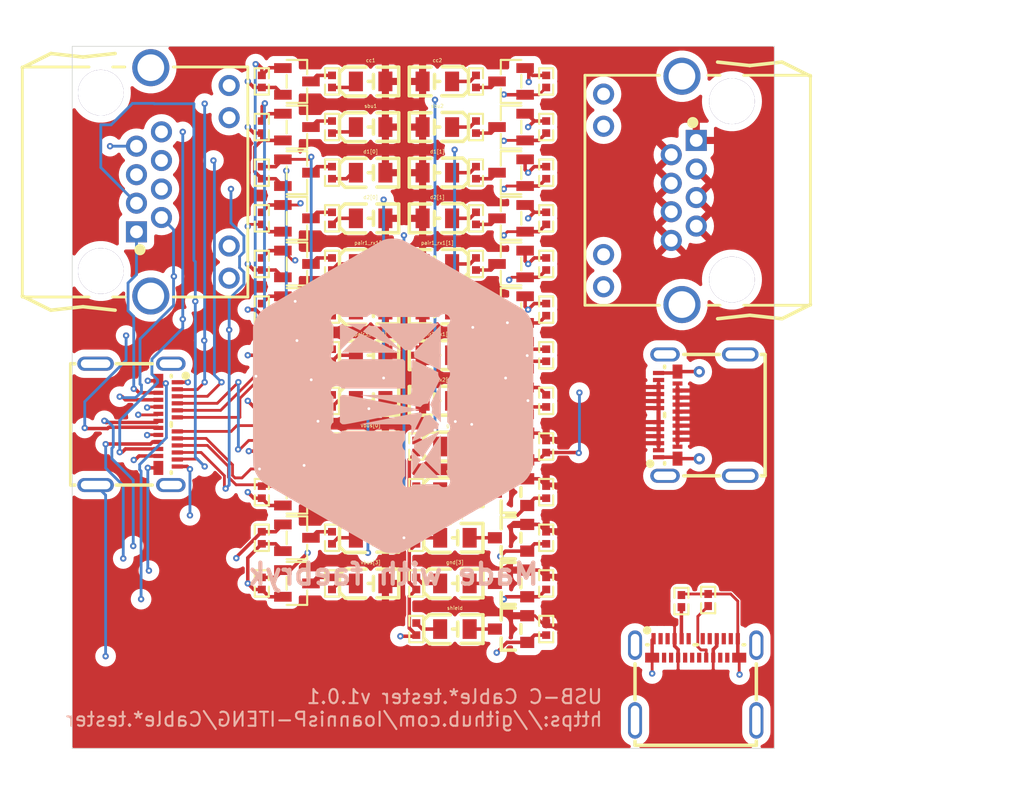
<source format=kicad_pcb>
(kicad_pcb (version 20221018) (generator pcbnew)
  (layers (0 "F.Cu" signal) (1 "In1.Cu" signal) (2 "In2.Cu" signal) (31 "B.Cu" signal) (34 "B.Paste" user) (35 "F.Paste" user) (36 "B.SilkS" user "B.Silkscreen") (37 "F.SilkS" user "F.Silkscreen") (38 "B.Mask" user) (39 "F.Mask" user) (44 "Edge.Cuts" user))
  (net 0 "")
  (net 1 "*.tester.vbus[1].indicator[LEDIndicator:virt]:3-*.tester.shield.indicator[LEDIndicator:virt]:3-*.tester.gn")
  (net 2 "*.tester.pair1_rx1[1].indicator.led[PoweredLED:virt]-*.tester.d2[1].indicator.power_switch[PowerSwitch:v")
  (net 3 "*.psu.usb[USB_Type_C_Receptacle_24_pin:x]-psu.configuration_resistors[1][Resistor:5.1kΩ]")
  (net 4 "*.psu.usb[USB_Type_C_Receptacle_24_pin:x]-psu.configuration_resistors[0][Resistor:5.1kΩ]")
  (net 5 "*.tester.shield.indicator.power_switch[PowerSwitch:virt]-*.tester.shield.indicator[LEDIndicator:virt]-te")
  (net 6 "*.tester.gnd[0].indicator.power_switch[PowerSwitch:virt]-*.tester.gnd[0].indicator[LEDIndicator:virt]-te")
  (net 7 "*.tester.pair3_tx1[0].indicator.power_switch[PowerSwitch:virt]-*.tester.pair3_tx1[0][Pair*.tester:virt]:4-")
  (net 8 "*.tester.vbus[0].indicator.led[PoweredLED:virt]:2-*.tester.vbus[0].indicator.power_switch[PowerSwitch:vi")
  (net 9 "*.tester.pair3_tx1[1].indicator[LEDIndicator:virt]-*.tester.pair3_tx1[1][Pair*.tester:virt]:4-*.tester.pair3")
  (net 10 "*.tester.vbus[0][Pair*.tester:virt]:4-*.tester.vbus[0].indicator[LEDIndicator:virt]-*.tester.vbus[0].indicat")
  (net 11 "*.tester.cc1.indicator[LEDIndicator:virt]-*.tester.cc1.indicator.power_switch[PowerSwitch:virt]-*.tester.c")
  (net 12 "*.tester.d1[0].indicator[LEDIndicator:virt]-*.tester.d1[0].indicator.power_switch[PowerSwitch:virt]-test")
  (net 13 "*.tester.d1[1].indicator.power_switch[PowerSwitch:virt]-*.tester.d1[1][Pair*.tester:virt]:4-*.tester.d1[1].i")
  (net 14 "*.tester.sbu1.indicator[LEDIndicator:virt]-*.tester.sbu1.indicator.power_switch[PowerSwitch:virt]-*.tester")
  (net 15 "*.tester.vbus[1][Pair*.tester:virt]:4-*.tester.vbus[1].indicator.power_switch[PowerSwitch:virt]-*.tester.vbu")
  (net 16 "*.tester.gnd[1][Pair*.tester:virt]:4-*.tester.gnd[1].indicator.power_switch[PowerSwitch:virt]-*.tester.gnd[1")
  (net 17 "*.tester.pair2_rx2[1].indicator.power_switch[PowerSwitch:virt]-*.tester.pair2_rx2[1].indicator[LEDIndica")
  (net 18 "*.tester.pair2_rx2[0].indicator[LEDIndicator:virt]-*.tester.pair2_rx2[0][Pair*.tester:virt]:4-*.tester.pair2")
  (net 19 "*.tester.gnd[2][Pair*.tester:virt]:4-*.tester.gnd[2].indicator[LEDIndicator:virt]-*.tester.gnd[2].indicator.")
  (net 20 "*.tester.pair4_tx2[0].indicator[LEDIndicator:virt]-*.tester.pair4_tx2[0].indicator.power_switch[PowerSwi")
  (net 21 "*.tester.vbus[1].indicator.led.led[LED:D]-*.tester.vbus[1].indicator.led.current_limiting_resistor[Resistor:1.0kΩ]")
  (net 22 "*.tester.pair4_tx2[1].indicator[LEDIndicator:virt]-*.tester.pair4_tx2[1].indicator.power_switch[PowerSwi")
  (net 23 "*.tester.gnd[0].indicator.led.led[LED:D]-*.tester.gnd[0].indicator.led.current_limiting_resistor[Resistor:1.0kΩ]")
  (net 24 "*.tester.vbus[2][Pair*.tester:virt]:4-*.tester.vbus[2].indicator[LEDIndicator:virt]-*.tester.vbus[2].indicat")
  (net 25 "*.tester.cc2.indicator.power_switch[PowerSwitch:virt]-*.tester.cc2.indicator[LEDIndicator:virt]-*.tester.c")
  (net 26 "*.tester.d2[0][Pair*.tester:virt]:4-*.tester.d2[0].indicator.power_switch[PowerSwitch:virt]-*.tester.d2[0].i")
  (net 27 "*.tester.d2[1][Pair*.tester:virt]:4-*.tester.d2[1].indicator[LEDIndicator:virt]-*.tester.d2[1].indicator.pow")
  (net 28 "*.tester.sbu2.indicator.power_switch[PowerSwitch:virt]-*.tester.sbu2[Pair*.tester:virt]:4-*.tester.sbu2.indi")
  (net 29 "*.tester.vbus[3][Pair*.tester:virt]:4-*.tester.vbus[3].indicator.power_switch[PowerSwitch:virt]-*.tester.vbu")
  (net 30 "*.tester.gnd[3][Pair*.tester:virt]:4-*.tester.gnd[3].indicator[LEDIndicator:virt]-*.tester.gnd[3].indicator.")
  (net 31 "*.tester.pair1_rx1[1][Pair*.tester:virt]:4-*.tester.pair1_rx1[1].indicator[LEDIndicator:virt]-*.tester.pair1")
  (net 32 "*.tester.pair1_rx1[0][Pair*.tester:virt]:4-*.tester.pair1_rx1[0].indicator.power_switch[PowerSwitch:virt]-")
  (net 33 "*.tester.gnd[3].indicator.led[PoweredLED:virt]-*.tester.gnd[3].indicator.power_switch[PowerSwitch:virt]:")
  (net 34 "*.tester.gnd[0].indicator.power_switch[PowerSwitch:virt]:4-*.tester.gnd[0].indicator.led[PoweredLED:virt")
  (net 35 "*.tester.gnd[1].indicator.power_switch[PowerSwitch:virt]:4-*.tester.gnd[1].indicator.led[PoweredLED:virt")
  (net 36 "*.tester.gnd[2].indicator.led[PoweredLED:virt]-*.tester.gnd[2].indicator.power_switch[PowerSwitch:virt]:")
  (net 37 "*.tester.shield.indicator.led[PoweredLED:virt]-*.tester.shield.indicator.power_switch[PowerSwitch:virt]:")
  (net 38 "*.tester.pair4_tx2[0].indicator.power_switch[PowerSwitch:virt]:5-*.tester.pair4_tx2[0].indicator.led[Pow")
  (net 39 "*.tester.sbu1.indicator.led[PoweredLED:virt]:2-*.tester.sbu1.indicator.power_switch[PowerSwitch:virt]:5")
  (net 40 "*.tester.sbu2.indicator.power_switch[PowerSwitch:virt]:5-*.tester.sbu2.indicator.led[PoweredLED:virt]:2")
  (net 41 "*.tester.d2[1].indicator.power_switch[PowerSwitch:virt]:5-*.tester.d2[1].indicator.led[PoweredLED:virt]:")
  (net 42 "*.tester.pair1_rx1[0].indicator.led[PoweredLED:virt]:2-*.tester.pair1_rx1[0].indicator.power_switch[Powe")
  (net 43 "*.tester.pair3_tx1[0].indicator.power_switch[PowerSwitch:virt]:5-*.tester.pair3_tx1[0].indicator.led[Pow")
  (net 44 "*.tester.d2[0].indicator.power_switch[PowerSwitch:virt]:5-*.tester.d2[0].indicator.led[PoweredLED:virt]:")
  (net 45 "*.tester.pair1_rx1[1].indicator.power_switch[PowerSwitch:virt]:5-*.tester.pair1_rx1[1].indicator.led[Pow")
  (net 46 "*.tester.d1[0].indicator.led[PoweredLED:virt]:2-*.tester.d1[0].indicator.power_switch[PowerSwitch:virt]:")
  (net 47 "*.tester.cc2.indicator.power_switch[PowerSwitch:virt]:5-*.tester.cc2.indicator.led[PoweredLED:virt]:2")
  (net 48 "*.tester.vbus[1].indicator.power_switch[PowerSwitch:virt]:5-*.tester.vbus[1].indicator.led[PoweredLED:vi")
  (net 49 "*.tester.vbus[2].indicator.led[PoweredLED:virt]:2-*.tester.vbus[2].indicator.power_switch[PowerSwitch:vi")
  (net 50 "*.tester.pair2_rx2[1].indicator.power_switch[PowerSwitch:virt]:5-*.tester.pair2_rx2[1].indicator.led[Pow")
  (net 51 "*.tester.pair2_rx2[0].indicator.power_switch[PowerSwitch:virt]:5-*.tester.pair2_rx2[0].indicator.led[Pow")
  (net 52 "*.tester.cc1.indicator.power_switch[PowerSwitch:virt]:5-*.tester.cc1.indicator.led[PoweredLED:virt]:2")
  (net 53 "*.tester.vbus[3].indicator.power_switch[PowerSwitch:virt]:5-*.tester.vbus[3].indicator.led[PoweredLED:vi")
  (net 54 "*.tester.pair4_tx2[0].indicator.led.led[LED:D]-*.tester.pair4_tx2[0].indicator.led.current_limiting_resistor[Resistor:1.0kΩ]")
  (net 55 "*.tester.pair3_tx1[1].indicator.led.current_limiting_resistor[Resistor:1.0kΩ]-*.tester.pair3_tx1[1].indicator.led.led[LED:D]")
  (net 56 "*.tester.pair3_tx1[0].indicator.led.current_limiting_resistor[Resistor:1.0kΩ]-*.tester.pair3_tx1[0].indicator.led.led[LED:D]")
  (net 57 "*.tester.pair3_tx1[1].indicator.power_switch[PowerSwitch:virt]:5-*.tester.pair3_tx1[1].indicator.led[Pow")
  (net 58 "*.tester.pair4_tx2[1].indicator.led.led[LED:D]-*.tester.pair4_tx2[1].indicator.led.current_limiting_resistor[Resistor:1.0kΩ]")
  (net 59 "*.tester.d1[1].indicator.power_switch[PowerSwitch:virt]:5-*.tester.d1[1].indicator.led[PoweredLED:virt]:")
  (net 60 "*.tester.pair2_rx2[1].indicator.led.current_limiting_resistor[Resistor:1.0kΩ]-*.tester.pair2_rx2[1].indicator.led.led[LED:D]")
  (net 61 "*.tester.vbus[0].indicator.led.led[LED:D]-*.tester.vbus[0].indicator.led.current_limiting_resistor[Resistor:1.0kΩ]")
  (net 62 "*.tester.pair4_tx2[1].indicator.power_switch[PowerSwitch:virt]:5-*.tester.pair4_tx2[1].indicator.led[Pow")
  (net 63 "*.tester.sbu1.indicator.led.led[LED:D]-*.tester.sbu1.indicator.led.current_limiting_resistor[Resistor:1.0kΩ]")
  (net 64 "*.tester.shield.indicator.led.led[LED:D]-*.tester.shield.indicator.led.current_limiting_resistor[Resistor:1.0kΩ]")
  (net 65 "*.tester.vbus[2].indicator.led.led[LED:D]-*.tester.vbus[2].indicator.led.current_limiting_resistor[Resistor:1.0kΩ]")
  (net 66 "*.tester.sbu2.indicator.led.led[LED:D]-*.tester.sbu2.indicator.led.current_limiting_resistor[Resistor:1.0kΩ]")
  (net 67 "*.tester.vbus[3].indicator.led.current_limiting_resistor[Resistor:1.0kΩ]-*.tester.vbus[3].indicator.led.led[LED:D]")
  (net 68 "*.tester.gnd[2].indicator.led.led[LED:D]-*.tester.gnd[2].indicator.led.current_limiting_resistor[Resistor:1.0kΩ]")
  (net 69 "*.tester.d2[0].indicator.led.current_limiting_resistor[Resistor:1.0kΩ]-*.tester.d2[0].indicator.led.led[LED:D]")
  (net 70 "*.tester.d2[1].indicator.led.current_limiting_resistor[Resistor:1.0kΩ]-*.tester.d2[1].indicator.led.led[LED:D]")
  (net 71 "*.tester.d1[1].indicator.led.led[LED:D]-*.tester.d1[1].indicator.led.current_limiting_resistor[Resistor:1.0kΩ]")
  (net 72 "*.tester.gnd[1].indicator.led.led[LED:D]-*.tester.gnd[1].indicator.led.current_limiting_resistor[Resistor:1.0kΩ]")
  (net 73 "*.tester.cc2.indicator.led.led[LED:D]-*.tester.cc2.indicator.led.current_limiting_resistor[Resistor:1.0kΩ]")
  (net 74 "*.tester.cc1.indicator.led.current_limiting_resistor[Resistor:1.0kΩ]-*.tester.cc1.indicator.led.led[LED:D]")
  (net 75 "*.tester.d1[0].indicator.led.current_limiting_resistor[Resistor:1.0kΩ]-*.tester.d1[0].indicator.led.led[LED:D]")
  (net 76 "*.tester.pair1_rx1[1].indicator.led.current_limiting_resistor[Resistor:1.0kΩ]-*.tester.pair1_rx1[1].indicator.led.led[LED:D]")
  (net 77 "*.tester.gnd[3].indicator.led.led[LED:D]-*.tester.gnd[3].indicator.led.current_limiting_resistor[Resistor:1.0kΩ]")
  (net 78 "*.tester.pair2_rx2[0].indicator.led.led[LED:D]-*.tester.pair2_rx2[0].indicator.led.current_limiting_resistor[Resistor:1.0kΩ]")
  (net 79 "*.tester.pair1_rx1[0].indicator.led.led[LED:D]-*.tester.pair1_rx1[0].indicator.led.current_limiting_resistor[Resistor:1.0kΩ]")
  (footprint "lcsc:LED0805-R-RD" (layer "F.Cu") (at 21.25 9)
    (fp_text reference "*.tester.d1[0].indicator.led.led[LED:D]")
    (fp_text value "D")
  )
  (footprint "lcsc:R0402" (layer "F.Cu") (at 18.5 22 -90)
    (fp_text reference "*.tester.pair3_tx1[0].indicator.led.current_limiting_resistor[Resistor:1.0kΩ]")
    (fp_text value "1.0kΩ")
  )
  (footprint "lcsc:SOT-23-3_L2.9-W1.3-P1.90-LS2.4-BR" (layer "F.Cu") (at 31.25 25.25)
    (fp_text reference "*.tester.pair4_tx2[1].indicator.power_switch.mosfet[MOSFET:Q]")
    (fp_text value "Q")
  )
  (footprint "lcsc:R0402" (layer "F.Cu") (at 28.75 2.5 90)
    (fp_text reference "*.tester.cc2.indicator.led.current_limiting_resistor[Resistor:1.0kΩ]")
    (fp_text value "1.0kΩ")
  )
  (footprint "lcsc:R0402" (layer "F.Cu") (at 18.5 15.5 -90)
    (fp_text reference "*.tester.pair1_rx1[0].indicator.led.current_limiting_resistor[Resistor:1.0kΩ]")
    (fp_text value "1.0kΩ")
  )
  (footprint "lcsc:LED0805-R-RD" (layer "F.Cu") (at 21.25 2.5)
    (fp_text reference "*.tester.cc1.indicator.led.led[LED:D]")
    (fp_text value "D")
  )
  (footprint "lcsc:LED0805-R-RD" (layer "F.Cu") (at 26 15.5 180)
    (fp_text reference "*.tester.pair1_rx1[1].indicator.led.led[LED:D]")
    (fp_text value "D")
  )
  (footprint "lcsc:R0402" (layer "F.Cu") (at 24.5 38.25 90)
    (fp_text reference "*.tester.gnd[3].indicator.led.current_limiting_resistor[Resistor:1.0kΩ]")
    (fp_text value "1.0kΩ")
  )
  (footprint "lcsc:SOT-23-3_L2.9-W1.3-P1.90-LS2.4-BR" (layer "F.Cu") (at 16 12.25 180)
    (fp_text reference "*.tester.d2[0].indicator.power_switch.mosfet[MOSFET:Q]")
    (fp_text value "Q")
  )
  (footprint "lcsc:LED0805-R-RD" (layer "F.Cu") (at 26 2.5 180)
    (fp_text reference "*.tester.cc2.indicator.led.led[LED:D]")
    (fp_text value "D")
  )
  (footprint "lcsc:R0402" (layer "F.Cu") (at 13.5 22 -90)
    (fp_text reference "*.tester.pair3_tx1[0].indicator.power_switch.pull_resistor[Resistor:100.0kΩ]")
    (fp_text value "100.0kΩ")
  )
  (footprint "lcsc:R0402" (layer "F.Cu") (at 28.75 12.25 90)
    (fp_text reference "*.tester.d2[1].indicator.led.current_limiting_resistor[Resistor:1.0kΩ]")
    (fp_text value "1.0kΩ")
  )
  (footprint "lcsc:R0402" (layer "F.Cu") (at 28.75 5.75 90)
    (fp_text reference "*.tester.sbu2.indicator.led.current_limiting_resistor[Resistor:1.0kΩ]")
    (fp_text value "1.0kΩ")
  )
  (footprint "lcsc:LED0805-R-RD" (layer "F.Cu") (at 27.25 35)
    (fp_text reference "*.tester.gnd[2].indicator.led.led[LED:D]")
    (fp_text value "D")
  )
  (footprint "lcsc:R0402" (layer "F.Cu") (at 18.5 5.75 -90)
    (fp_text reference "*.tester.sbu1.indicator.led.current_limiting_resistor[Resistor:1.0kΩ]")
    (fp_text value "1.0kΩ")
  )
  (footprint "lcsc:SOT-23-3_L2.9-W1.3-P1.90-LS2.4-BR" (layer "F.Cu") (at 31.25 9)
    (fp_text reference "*.tester.d1[1].indicator.power_switch.mosfet[MOSFET:Q]")
    (fp_text value "Q")
  )
  (footprint "lcsc:R0402" (layer "F.Cu") (at 33.75 41.5 90)
    (fp_text reference "*.tester.shield.indicator.power_switch.pull_resistor[Resistor:100.0kΩ]")
    (fp_text value "100.0kΩ")
  )
  (footprint "lcsc:R0402" (layer "F.Cu") (at 13.5 15.5 -90)
    (fp_text reference "*.tester.pair1_rx1[0].indicator.power_switch.pull_resistor[Resistor:100.0kΩ]")
    (fp_text value "100.0kΩ")
  )
  (footprint "lcsc:SOT-23_L2.9-W1.3-P1.90-LS2.4-BR" (layer "F.Cu") (at 31.25 28.5)
    (fp_text reference "*.tester.gnd[0].indicator.power_switch.mosfet[MOSFET:Q]")
    (fp_text value "Q")
  )
  (footprint "lcsc:SOT-23_L2.9-W1.3-P1.90-LS2.4-BR" (layer "F.Cu") (at 31.25 41.5)
    (fp_text reference "*.tester.shield.indicator.power_switch.mosfet[MOSFET:Q]")
    (fp_text value "Q")
  )
  (footprint "lcsc:LED0805-R-RD" (layer "F.Cu") (at 27.25 41.5)
    (fp_text reference "*.tester.shield.indicator.led.led[LED:D]")
    (fp_text value "D")
  )
  (footprint "lcsc:R0402" (layer "F.Cu") (at 18.5 12.25 -90)
    (fp_text reference "*.tester.d2[0].indicator.led.current_limiting_resistor[Resistor:1.0kΩ]")
    (fp_text value "1.0kΩ")
  )
  (footprint "lcsc:SOT-23-3_L2.9-W1.3-P1.90-LS2.4-BR" (layer "F.Cu") (at 31.25 2.5)
    (fp_text reference "*.tester.cc2.indicator.power_switch.mosfet[MOSFET:Q]")
    (fp_text value "Q")
  )
  (footprint "lcsc:LED0805-R-RD" (layer "F.Cu") (at 21.25 31.75)
    (fp_text reference "*.tester.vbus[1].indicator.led.led[LED:D]")
    (fp_text value "D")
  )
  (footprint "lcsc:R0402" (layer "F.Cu") (at 18.5 9 -90)
    (fp_text reference "*.tester.d1[0].indicator.led.current_limiting_resistor[Resistor:1.0kΩ]")
    (fp_text value "1.0kΩ")
  )
  (footprint "lcsc:USB-C-SMD_TYPE-C-USB-18" (layer "F.Cu") (at 44.3972 45.096)
    (fp_text reference "*.psu.usb[USB_Type_C_Receptacle_24_pin:x]")
    (fp_text value "x")
  )
  (footprint "lcsc:LED0805-R-RD" (layer "F.Cu") (at 27.25 38.25)
    (fp_text reference "*.tester.gnd[3].indicator.led.led[LED:D]")
    (fp_text value "D")
  )
  (footprint "lcsc:R0402" (layer "F.Cu") (at 33.75 35 90)
    (fp_text reference "*.tester.gnd[2].indicator.power_switch.pull_resistor[Resistor:100.0kΩ]")
    (fp_text value "100.0kΩ")
  )
  (footprint "lcsc:SOT-23-3_L2.9-W1.3-P1.90-LS2.4-BR" (layer "F.Cu") (at 16 9 180)
    (fp_text reference "*.tester.d1[0].indicator.power_switch.mosfet[MOSFET:Q]")
    (fp_text value "Q")
  )
  (footprint "lcsc:LED0805-R-RD" (layer "F.Cu") (at 26 25.25 180)
    (fp_text reference "*.tester.pair4_tx2[1].indicator.led.led[LED:D]")
    (fp_text value "D")
  )
  (footprint "lcsc:R0402" (layer "F.Cu") (at 28.75 9 90)
    (fp_text reference "*.tester.d1[1].indicator.led.current_limiting_resistor[Resistor:1.0kΩ]")
    (fp_text value "1.0kΩ")
  )
  (footprint "lcsc:R0402" (layer "F.Cu") (at 13.5 31.75 -90)
    (fp_text reference "*.tester.vbus[1].indicator.power_switch.pull_resistor[Resistor:100.0kΩ]")
    (fp_text value "100.0kΩ")
  )
  (footprint "lcsc:R0402" (layer "F.Cu") (at 18.5 18.75 -90)
    (fp_text reference "*.tester.pair2_rx2[0].indicator.led.current_limiting_resistor[Resistor:1.0kΩ]")
    (fp_text value "1.0kΩ")
  )
  (footprint "lcsc:LED0805-R-RD" (layer "F.Cu") (at 21.25 28.5)
    (fp_text reference "*.tester.vbus[0].indicator.led.led[LED:D]")
    (fp_text value "D")
  )
  (footprint "lcsc:SOT-23-3_L2.9-W1.3-P1.90-LS2.4-BR" (layer "F.Cu") (at 31.25 15.5)
    (fp_text reference "*.tester.pair1_rx1[1].indicator.power_switch.mosfet[MOSFET:Q]")
    (fp_text value "Q")
  )
  (footprint "lcsc:RJ45-TH_B-1-1" (layer "F.Cu") (at 7.874 9.652 -90)
    (fp_text reference "*.tester.rj45[1][RJ45_Receptacle:x]")
    (fp_text value "x")
  )
  (footprint "lcsc:R0402" (layer "F.Cu") (at 18.5 25.25 -90)
    (fp_text reference "*.tester.pair4_tx2[0].indicator.led.current_limiting_resistor[Resistor:1.0kΩ]")
    (fp_text value "1.0kΩ")
  )
  (footprint "lcsc:R0402" (layer "F.Cu") (at 18.5 38.25 -90)
    (fp_text reference "*.tester.vbus[3].indicator.led.current_limiting_resistor[Resistor:1.0kΩ]")
    (fp_text value "1.0kΩ")
  )
  (footprint "lcsc:LED0805-R-RD" (layer "F.Cu") (at 26 18.75 180)
    (fp_text reference "*.tester.pair2_rx2[1].indicator.led.led[LED:D]")
    (fp_text value "D")
  )
  (footprint "lcsc:R0402" (layer "F.Cu") (at 28.75 22 90)
    (fp_text reference "*.tester.pair3_tx1[1].indicator.led.current_limiting_resistor[Resistor:1.0kΩ]")
    (fp_text value "1.0kΩ")
  )
  (footprint "lcsc:R0402" (layer "F.Cu") (at 33.75 31.75 90)
    (fp_text reference "*.tester.gnd[1].indicator.power_switch.pull_resistor[Resistor:100.0kΩ]")
    (fp_text value "100.0kΩ")
  )
  (footprint "lcsc:SOT-23-3_L2.9-W1.3-P1.90-LS2.4-BR" (layer "F.Cu") (at 16 28.5 180)
    (fp_text reference "*.tester.vbus[0].indicator.power_switch.mosfet[MOSFET:Q]")
    (fp_text value "Q")
  )
  (footprint "lcsc:SOT-23-3_L2.9-W1.3-P1.90-LS2.4-BR" (layer "F.Cu") (at 16 31.75 180)
    (fp_text reference "*.tester.vbus[1].indicator.power_switch.mosfet[MOSFET:Q]")
    (fp_text value "Q")
  )
  (footprint "lcsc:R0402" (layer "F.Cu") (at 28.75 25.25 90)
    (fp_text reference "*.tester.pair4_tx2[1].indicator.led.current_limiting_resistor[Resistor:1.0kΩ]")
    (fp_text value "1.0kΩ")
  )
  (footprint "lcsc:LED0805-R-RD" (layer "F.Cu") (at 26 9 180)
    (fp_text reference "*.tester.d1[1].indicator.led.led[LED:D]")
    (fp_text value "D")
  )
  (footprint "lcsc:R0402" (layer "F.Cu") (at 28.75 18.75 90)
    (fp_text reference "*.tester.pair2_rx2[1].indicator.led.current_limiting_resistor[Resistor:1.0kΩ]")
    (fp_text value "1.0kΩ")
  )
  (footprint "lcsc:R0402" (layer "F.Cu") (at 13.5 35 -90)
    (fp_text reference "*.tester.vbus[2].indicator.power_switch.pull_resistor[Resistor:100.0kΩ]")
    (fp_text value "100.0kΩ")
  )
  (footprint "lcsc:R0402" (layer "F.Cu") (at 13.5 18.75 -90)
    (fp_text reference "*.tester.pair2_rx2[0].indicator.power_switch.pull_resistor[Resistor:100.0kΩ]")
    (fp_text value "100.0kΩ")
  )
  (footprint "lcsc:LED0805-R-RD" (layer "F.Cu") (at 21.25 22)
    (fp_text reference "*.tester.pair3_tx1[0].indicator.led.led[LED:D]")
    (fp_text value "D")
  )
  (footprint "lcsc:LED0805-R-RD" (layer "F.Cu") (at 21.25 12.25)
    (fp_text reference "*.tester.d2[0].indicator.led.led[LED:D]")
    (fp_text value "D")
  )
  (footprint "lcsc:R0402" (layer "F.Cu") (at 13.5 2.5 -90)
    (fp_text reference "*.tester.cc1.indicator.power_switch.pull_resistor[Resistor:100.0kΩ]")
    (fp_text value "100.0kΩ")
  )
  (footprint "lcsc:LED0805-R-RD" (layer "F.Cu") (at 26 5.75 180)
    (fp_text reference "*.tester.sbu2.indicator.led.led[LED:D]")
    (fp_text value "D")
  )
  (footprint "lcsc:R0402" (layer "F.Cu") (at 33.75 25.25 90)
    (fp_text reference "*.tester.pair4_tx2[1].indicator.power_switch.pull_resistor[Resistor:100.0kΩ]")
    (fp_text value "100.0kΩ")
  )
  (footprint "lcsc:R0402" (layer "F.Cu") (at 33.75 15.5 90)
    (fp_text reference "*.tester.pair1_rx1[1].indicator.power_switch.pull_resistor[Resistor:100.0kΩ]")
    (fp_text value "100.0kΩ")
  )
  (footprint "lcsc:R0402" (layer "F.Cu") (at 18.5 35 -90)
    (fp_text reference "*.tester.vbus[2].indicator.led.current_limiting_resistor[Resistor:1.0kΩ]")
    (fp_text value "1.0kΩ")
  )
  (footprint "lcsc:R0402" (layer "F.Cu") (at 18.5 28.5 -90)
    (fp_text reference "*.tester.vbus[0].indicator.led.current_limiting_resistor[Resistor:1.0kΩ]")
    (fp_text value "1.0kΩ")
  )
  (footprint "lcsc:R0402" (layer "F.Cu") (at 33.75 2.5 90)
    (fp_text reference "*.tester.cc2.indicator.power_switch.pull_resistor[Resistor:100.0kΩ]")
    (fp_text value "100.0kΩ")
  )
  (footprint "lcsc:LED0805-R-RD" (layer "F.Cu") (at 21.25 15.5)
    (fp_text reference "*.tester.pair1_rx1[0].indicator.led.led[LED:D]")
    (fp_text value "D")
  )
  (footprint "lcsc:SOT-23-3_L2.9-W1.3-P1.90-LS2.4-BR" (layer "F.Cu") (at 31.25 18.75)
    (fp_text reference "*.tester.pair2_rx2[1].indicator.power_switch.mosfet[MOSFET:Q]")
    (fp_text value "Q")
  )
  (footprint "lcsc:R0402" (layer "F.Cu") (at 33.75 22 90)
    (fp_text reference "*.tester.pair3_tx1[1].indicator.power_switch.pull_resistor[Resistor:100.0kΩ]")
    (fp_text value "100.0kΩ")
  )
  (footprint "lcsc:SOT-23-3_L2.9-W1.3-P1.90-LS2.4-BR" (layer "F.Cu") (at 31.25 22)
    (fp_text reference "*.tester.pair3_tx1[1].indicator.power_switch.mosfet[MOSFET:Q]")
    (fp_text value "Q")
  )
  (footprint "lcsc:R0402" (layer "F.Cu") (at 33.75 18.75 90)
    (fp_text reference "*.tester.pair2_rx2[1].indicator.power_switch.pull_resistor[Resistor:100.0kΩ]")
    (fp_text value "100.0kΩ")
  )
  (footprint "lcsc:LED0805-R-RD" (layer "F.Cu") (at 21.25 35)
    (fp_text reference "*.tester.vbus[2].indicator.led.led[LED:D]")
    (fp_text value "D")
  )
  (footprint "lcsc:SOT-23-3_L2.9-W1.3-P1.90-LS2.4-BR" (layer "F.Cu") (at 16 15.5 180)
    (fp_text reference "*.tester.pair1_rx1[0].indicator.power_switch.mosfet[MOSFET:Q]")
    (fp_text value "Q")
  )
  (footprint "lcsc:USB-C-SMD_TYPE-C-USB-18" (layer "F.Cu") (at 44.6637 26.2636 90)
    (fp_text reference "*.tester.usb_c[0][USB_Type_C_Receptacle_24_pin:x]")
    (fp_text value "x")
  )
  (footprint "lcsc:R0402" (layer "F.Cu") (at 33.75 28.5 90)
    (fp_text reference "*.tester.gnd[0].indicator.power_switch.pull_resistor[Resistor:100.0kΩ]")
    (fp_text value "100.0kΩ")
  )
  (footprint "lcsc:SOT-23-3_L2.9-W1.3-P1.90-LS2.4-BR" (layer "F.Cu") (at 31.25 5.75)
    (fp_text reference "*.tester.sbu2.indicator.power_switch.mosfet[MOSFET:Q]")
    (fp_text value "Q")
  )
  (footprint "lcsc:SOT-23-3_L2.9-W1.3-P1.90-LS2.4-BR" (layer "F.Cu") (at 16 38.25 180)
    (fp_text reference "*.tester.vbus[3].indicator.power_switch.mosfet[MOSFET:Q]")
    (fp_text value "Q")
  )
  (footprint "lcsc:SOT-23_L2.9-W1.3-P1.90-LS2.4-BR" (layer "F.Cu") (at 31.25 38.25)
    (fp_text reference "*.tester.gnd[3].indicator.power_switch.mosfet[MOSFET:Q]")
    (fp_text value "Q")
  )
  (footprint "lcsc:SOT-23-3_L2.9-W1.3-P1.90-LS2.4-BR" (layer "F.Cu") (at 16 2.5 180)
    (fp_text reference "*.tester.cc1.indicator.power_switch.mosfet[MOSFET:Q]")
    (fp_text value "Q")
  )
  (footprint "lcsc:SOT-23_L2.9-W1.3-P1.90-LS2.4-BR" (layer "F.Cu") (at 31.25 31.75)
    (fp_text reference "*.tester.gnd[1].indicator.power_switch.mosfet[MOSFET:Q]")
    (fp_text value "Q")
  )
  (footprint "lcsc:SOT-23-3_L2.9-W1.3-P1.90-LS2.4-BR" (layer "F.Cu") (at 16 25.25 180)
    (fp_text reference "*.tester.pair4_tx2[0].indicator.power_switch.mosfet[MOSFET:Q]")
    (fp_text value "Q")
  )
  (footprint "lcsc:LED0805-R-RD" (layer "F.Cu") (at 26 12.25 180)
    (fp_text reference "*.tester.d2[1].indicator.led.led[LED:D]")
    (fp_text value "D")
  )
  (footprint "lcsc:R0402" (layer "F.Cu") (at 13.5 25.25 -90)
    (fp_text reference "*.tester.pair4_tx2[0].indicator.power_switch.pull_resistor[Resistor:100.0kΩ]")
    (fp_text value "100.0kΩ")
  )
  (footprint "lcsc:LED0805-R-RD" (layer "F.Cu") (at 27.25 28.5)
    (fp_text reference "*.tester.gnd[0].indicator.led.led[LED:D]")
    (fp_text value "D")
  )
  (footprint "lcsc:R0402" (layer "F.Cu") (at 13.5 12.25 -90)
    (fp_text reference "*.tester.d2[0].indicator.power_switch.pull_resistor[Resistor:100.0kΩ]")
    (fp_text value "100.0kΩ")
  )
  (footprint "lcsc:LED0805-R-RD" (layer "F.Cu") (at 27.25 31.75)
    (fp_text reference "*.tester.gnd[1].indicator.led.led[LED:D]")
    (fp_text value "D")
  )
  (footprint "lcsc:LED0805-R-RD" (layer "F.Cu") (at 21.25 25.25)
    (fp_text reference "*.tester.pair4_tx2[0].indicator.led.led[LED:D]")
    (fp_text value "D")
  )
  (footprint "lcsc:LED0805-R-RD" (layer "F.Cu") (at 21.25 5.75)
    (fp_text reference "*.tester.sbu1.indicator.led.led[LED:D]")
    (fp_text value "D")
  )
  (footprint "lcsc:SOT-23-3_L2.9-W1.3-P1.90-LS2.4-BR" (layer "F.Cu") (at 16 18.75 180)
    (fp_text reference "*.tester.pair2_rx2[0].indicator.power_switch.mosfet[MOSFET:Q]")
    (fp_text value "Q")
  )
  (footprint "lcsc:SOT-23-3_L2.9-W1.3-P1.90-LS2.4-BR" (layer "F.Cu") (at 31.25 12.25)
    (fp_text reference "*.tester.d2[1].indicator.power_switch.mosfet[MOSFET:Q]")
    (fp_text value "Q")
  )
  (footprint "lcsc:SOT-23_L2.9-W1.3-P1.90-LS2.4-BR" (layer "F.Cu") (at 31.25 35)
    (fp_text reference "*.tester.gnd[2].indicator.power_switch.mosfet[MOSFET:Q]")
    (fp_text value "Q")
  )
  (footprint "lcsc:R0402" (layer "F.Cu") (at 13.5 38.25 -90)
    (fp_text reference "*.tester.vbus[3].indicator.power_switch.pull_resistor[Resistor:100.0kΩ]")
    (fp_text value "100.0kΩ")
  )
  (footprint "lcsc:R0402" (layer "F.Cu") (at 33.75 38.25 90)
    (fp_text reference "*.tester.gnd[3].indicator.power_switch.pull_resistor[Resistor:100.0kΩ]")
    (fp_text value "100.0kΩ")
  )
  (footprint "lcsc:R0402" (layer "F.Cu") (at 18.5 2.5 -90)
    (fp_text reference "*.tester.cc1.indicator.led.current_limiting_resistor[Resistor:1.0kΩ]")
    (fp_text value "1.0kΩ")
  )
  (footprint "lcsc:USB-C-SMD_TYPE-C-USB-18" (layer "F.Cu") (at 4.572 26.924 -90)
    (fp_text reference "*.tester.usb_c[1][USB_Type_C_Receptacle_24_pin:x]")
    (fp_text value "x")
  )
  (footprint "lcsc:R0402" (layer "F.Cu") (at 24.5 41.5 90)
    (fp_text reference "*.tester.shield.indicator.led.current_limiting_resistor[Resistor:1.0kΩ]")
    (fp_text value "1.0kΩ")
  )
  (footprint "lcsc:R0402" (layer "F.Cu") (at 24.5 28.5 90)
    (fp_text reference "*.tester.gnd[0].indicator.led.current_limiting_resistor[Resistor:1.0kΩ]")
    (fp_text value "1.0kΩ")
  )
  (footprint "lcsc:R0402" (layer "F.Cu") (at 24.5 35 90)
    (fp_text reference "*.tester.gnd[2].indicator.led.current_limiting_resistor[Resistor:1.0kΩ]")
    (fp_text value "1.0kΩ")
  )
  (footprint "lcsc:R0402" (layer "F.Cu") (at 33.75 9 90)
    (fp_text reference "*.tester.d1[1].indicator.power_switch.pull_resistor[Resistor:100.0kΩ]")
    (fp_text value "100.0kΩ")
  )
  (footprint "lcsc:RJ45-TH_B-1-1" (layer "F.Cu") (at 41.1391 10.2616 90)
    (fp_text reference "*.tester.rj45[0][RJ45_Receptacle:x]")
    (fp_text value "x")
  )
  (footprint "lcsc:SOT-23-3_L2.9-W1.3-P1.90-LS2.4-BR" (layer "F.Cu") (at 16 35 180)
    (fp_text reference "*.tester.vbus[2].indicator.power_switch.mosfet[MOSFET:Q]")
    (fp_text value "Q")
  )
  (footprint "lcsc:R0402" (layer "F.Cu") (at 43.3812 39.508 90)
    (fp_text reference "*.psu.configuration_resistors[0][Resistor:5.1kΩ]")
    (fp_text value "5.1kΩ")
  )
  (footprint "lcsc:SOT-23-3_L2.9-W1.3-P1.90-LS2.4-BR" (layer "F.Cu") (at 16 5.75 180)
    (fp_text reference "*.tester.sbu1.indicator.power_switch.mosfet[MOSFET:Q]")
    (fp_text value "Q")
  )
  (footprint "lcsc:R0402" (layer "F.Cu") (at 28.75 15.5 90)
    (fp_text reference "*.tester.pair1_rx1[1].indicator.led.current_limiting_resistor[Resistor:1.0kΩ]")
    (fp_text value "1.0kΩ")
  )
  (footprint "lcsc:R0402" (layer "F.Cu") (at 33.75 12.25 90)
    (fp_text reference "*.tester.d2[1].indicator.power_switch.pull_resistor[Resistor:100.0kΩ]")
    (fp_text value "100.0kΩ")
  )
  (footprint "lcsc:R0402" (layer "F.Cu") (at 13.5 9 -90)
    (fp_text reference "*.tester.d1[0].indicator.power_switch.pull_resistor[Resistor:100.0kΩ]")
    (fp_text value "100.0kΩ")
  )
  (footprint "lcsc:LED0805-R-RD" (layer "F.Cu") (at 26 22 180)
    (fp_text reference "*.tester.pair3_tx1[1].indicator.led.led[LED:D]")
    (fp_text value "D")
  )
  (footprint "lcsc:LED0805-R-RD" (layer "F.Cu") (at 21.25 38.25)
    (fp_text reference "*.tester.vbus[3].indicator.led.led[LED:D]")
    (fp_text value "D")
  )
  (footprint "lcsc:LED0805-R-RD" (layer "F.Cu") (at 21.25 18.75)
    (fp_text reference "*.tester.pair2_rx2[0].indicator.led.led[LED:D]")
    (fp_text value "D")
  )
  (footprint "lcsc:R0402" (layer "F.Cu") (at 13.5 28.5 -90)
    (fp_text reference "*.tester.vbus[0].indicator.power_switch.pull_resistor[Resistor:100.0kΩ]")
    (fp_text value "100.0kΩ")
  )
  (footprint "lcsc:R0402" (layer "F.Cu") (at 33.75 5.75 90)
    (fp_text reference "*.tester.sbu2.indicator.power_switch.pull_resistor[Resistor:100.0kΩ]")
    (fp_text value "100.0kΩ")
  )
  (footprint "lcsc:R0402" (layer "F.Cu") (at 18.5 31.75 -90)
    (fp_text reference "*.tester.vbus[1].indicator.led.current_limiting_resistor[Resistor:1.0kΩ]")
    (fp_text value "1.0kΩ")
  )
  (footprint "lcsc:R0402" (layer "F.Cu") (at 45.2862 39.4318 90)
    (fp_text reference "*.psu.configuration_resistors[1][Resistor:5.1kΩ]")
    (fp_text value "5.1kΩ")
  )
  (footprint "lcsc:SOT-23-3_L2.9-W1.3-P1.90-LS2.4-BR" (layer "F.Cu") (at 16 22 180)
    (fp_text reference "*.tester.pair3_tx1[0].indicator.power_switch.mosfet[MOSFET:Q]")
    (fp_text value "Q")
  )
  (footprint "lcsc:R0402" (layer "F.Cu") (at 24.5 31.75 90)
    (fp_text reference "*.tester.gnd[1].indicator.led.current_limiting_resistor[Resistor:1.0kΩ]")
    (fp_text value "1.0kΩ")
  )
  (footprint "lcsc:R0402" (layer "F.Cu") (at 13.5 5.75 -90)
    (fp_text reference "*.tester.sbu1.indicator.power_switch.pull_resistor[Resistor:100.0kΩ]")
    (fp_text value "100.0kΩ")
  )
  (footprint "logo:faebryk_logo" (layer "B.Cu") (at 22.86 24.892 180)
    (fp_text reference "G***" hide)
    (fp_text value "Made with faebryk")
  )
  (gr_line (start 0 0) (end 0 50) (stroke (width 0.05)) (layer "Edge.Cuts"))
  (gr_line (start 50 50) (end 50 0) (stroke (width 0.05)) (layer "Edge.Cuts"))
  (gr_line (start 50 0) (end 0 0) (stroke (width 0.05)) (layer "Edge.Cuts"))
  (gr_line (start 0 50) (end 50 50) (stroke (width 0.05)) (layer "Edge.Cuts"))
  (gr_text "USB-C Cable*.tester v1.0.1\nhttps://github.com/IoannisP-ITENG/Cable*.tester" (at 37.846 48.514) (layer "B.SilkS") (effects (font (size 1 1)) (justify left bottom mirror)))
  (gr_text "pair2_rx2[1]" (at 26 17.25) (layer "F.SilkS") (effects (font (size 0.25 0.25) (thickness 0.0375))))
  (gr_text "d2[0]" (at 21.25 10.75) (layer "F.SilkS") (effects (font (size 0.25 0.25) (thickness 0.0375))))
  (gr_text "d1[0]" (at 21.25 7.5) (layer "F.SilkS") (effects (font (size 0.25 0.25) (thickness 0.0375))))
  (gr_text "pair2_rx2[0]" (at 21.25 17.25) (layer "F.SilkS") (effects (font (size 0.25 0.25) (thickness 0.0375))))
  (gr_text "sbu2" (at 26 4.25) (layer "F.SilkS") (effects (font (size 0.25 0.25) (thickness 0.0375))))
  (gr_text "pair3_tx1[1]" (at 26 20.5) (layer "F.SilkS") (effects (font (size 0.25 0.25) (thickness 0.0375))))
  (gr_text "pair1_rx1[1]" (at 26 14) (layer "F.SilkS") (effects (font (size 0.25 0.25) (thickness 0.0375))))
  (gr_text "d2[1]" (at 26 10.75) (layer "F.SilkS") (effects (font (size 0.25 0.25) (thickness 0.0375))))
  (gr_text "gnd[1]" (at 27.25 30.25) (layer "F.SilkS") (effects (font (size 0.25 0.25) (thickness 0.0375))))
  (gr_text "vbus[1]" (at 21.25 30.25) (layer "F.SilkS") (effects (font (size 0.25 0.25) (thickness 0.0375))))
  (gr_text "pair3_tx1[0]" (at 21.25 20.5) (layer "F.SilkS") (effects (font (size 0.25 0.25) (thickness 0.0375))))
  (gr_text "gnd[0]" (at 27.25 27) (layer "F.SilkS") (effects (font (size 0.25 0.25) (thickness 0.0375))))
  (gr_text "pair4_tx2[0]" (at 21.25 23.75) (layer "F.SilkS") (effects (font (size 0.25 0.25) (thickness 0.0375))))
  (gr_text "vbus[2]" (at 21.25 33.5) (layer "F.SilkS") (effects (font (size 0.25 0.25) (thickness 0.0375))))
  (gr_text "vbus[0]" (at 21.25 27) (layer "F.SilkS") (effects (font (size 0.25 0.25) (thickness 0.0375))))
  (gr_text "sbu1" (at 21.25 4.25) (layer "F.SilkS") (effects (font (size 0.25 0.25) (thickness 0.0375))))
  (gr_text "cc2" (at 26 1) (layer "F.SilkS") (effects (font (size 0.25 0.25) (thickness 0.0375))))
  (gr_text "gnd[2]" (at 27.25 33.5) (layer "F.SilkS") (effects (font (size 0.25 0.25) (thickness 0.0375))))
  (gr_text "shield" (at 27.25 40) (layer "F.SilkS") (effects (font (size 0.25 0.25) (thickness 0.0375))))
  (gr_text "gnd[3]" (at 27.25 36.75) (layer "F.SilkS") (effects (font (size 0.25 0.25) (thickness 0.0375))))
  (gr_text "d1[1]" (at 26 7.5) (layer "F.SilkS") (effects (font (size 0.25 0.25) (thickness 0.0375))))
  (gr_text "cc1" (at 21.25 1) (layer "F.SilkS") (effects (font (size 0.25 0.25) (thickness 0.0375))))
  (gr_text "pair1_rx1[0]" (at 21.25 14) (layer "F.SilkS") (effects (font (size 0.25 0.25) (thickness 0.0375))))
  (gr_text "pair4_tx2[1]" (at 26 23.75) (layer "F.SilkS") (effects (font (size 0.25 0.25) (thickness 0.0375))))
  (gr_text "vbus[3]" (at 21.25 36.75) (layer "F.SilkS") (effects (font (size 0.25 0.25) (thickness 0.0375))))
  (segment (start 13.5 2.93) (end 14.48 2.93) (width 0.25) (layer "F.Cu") (net 1))
  (segment (start 47.3972 42.186) (end 47.3972 43.436) (width 0.25) (layer "F.Cu") (net 1))
  (segment (start 32.8964 18.32) (end 32.4664 18.75) (width 0.25) (layer "F.Cu") (net 1))
  (segment (start 32.8964 15.07) (end 32.4664 15.5) (width 0.25) (layer "F.Cu") (net 1))
  (segment (start 14.02 19.7) (end 13.5 19.18) (width 0.25) (layer "F.Cu") (net 1))
  (segment (start 12.93 2.93) (end 12.5 2.5) (width 0.25) (layer "F.Cu") (net 1))
  (segment (start 33.75 11.82) (end 32.8964 11.82) (width 0.25) (layer "F.Cu") (net 1))
  (segment (start 33.75 8.57) (end 32.8964 8.57) (width 0.25) (layer "F.Cu") (net 1))
  (segment (start 33.75 18.32) (end 32.8964 18.32) (width 0.25) (layer "F.Cu") (net 1))
  (segment (start 13.0011 7.176082) (end 13.477182 6.7) (width 0.25) (layer "F.Cu") (net 1))
  (segment (start 24.5 38.68) (end 24.0011 39.1789) (width 0.25) (layer "F.Cu") (net 1))
  (segment (start 12.93 38.68) (end 12.5 38.25) (width 0.25) (layer "F.Cu") (net 1))
  (segment (start 32.25 24.3) (end 33.23 24.3) (width 0.25) (layer "F.Cu") (net 1))
  (segment (start 32.25 4.8) (end 32.3764 4.8) (width 0.25) (layer "F.Cu") (net 1))
  (segment (start 32.512 2.54) (end 32.512 1.812) (width 0.25) (layer "F.Cu") (net 1))
  (segment (start 15 32.7) (end 14.02 32.7) (width 0.25) (layer "F.Cu") (net 1))
  (segment (start 14.02 32.7) (end 13.5 32.18) (width 0.25) (layer "F.Cu") (net 1))
  (segment (start 14.02 39.2) (end 13.5 38.68) (width 0.25) (layer "F.Cu") (net 1))
  (segment (start 44.6407 29.3636) (end 44.6517 29.3746) (width 0.25) (layer "F.Cu") (net 1))
  (segment (start 33.75 2.07) (end 32.77 2.07) (width 0.25) (layer "F.Cu") (net 1))
  (segment (start 23.072 33.608) (end 23.072 35.229018) (width 0.25) (layer "F.Cu") (net 1))
  (segment (start 12.5 36.43) (end 12.5 38.25) (width 0.25) (layer "F.Cu") (net 1))
  (segment (start 24.4184 42.0116) (end 24.5 41.93) (width 0.25) (layer "F.Cu") (net 1))
  (segment (start 14.02 13.2) (end 13.5 12.68) (width 0.25) (layer "F.Cu") (net 1))
  (segment (start 14.48 28.93) (end 13.5 28.93) (width 0.25) (layer "F.Cu") (net 1))
  (segment (start 13.5 35.43) (end 14.48 35.43) (width 0.25) (layer "F.Cu") (net 1))
  (segment (start 47.4972 43.536) (end 47.4972 44.7162) (width 0.2) (layer "F.Cu") (net 1))
  (segment (start 13.07 18.75) (end 13.5 19.18) (width 0.25) (layer "F.Cu") (net 1))
  (segment (start 32.25 8.7836) (end 32.4664 9) (width 0.25) (layer "F.Cu") (net 1))
  (segment (start 33.75 15.07) (end 32.8964 15.07) (width 0.25) (layer "F.Cu") (net 1))
  (segment (start 13.5 38.68) (end 12.93 38.68) (width 0.25) (layer "F.Cu") (net 1))
  (segment (start 13.477182 6.7) (end 15 6.7) (width 0.25) (layer "F.Cu") (net 1))
  (segment (start 23.394182 35.5512) (end 24.3788 35.5512) (width 0.25) (layer "F.Cu") (net 1))
  (segment (start 15 22.95) (end 14.02 22.95) (width 0.25) (layer "F.Cu") (net 1))
  (segment (start 12.93 32.18) (end 12.5 31.75) (width 0.25) (layer "F.Cu") (net 1))
  (segment (start 24.0011 31.6811) (end 24.0011 29.4289) (width 0.25) (layer "F.Cu") (net 1))
  (segment (start 43.1037 23.1636) (end 44.6407 23.1636) (width 0.25) (layer "F.Cu") (net 1))
  (segment (start 32.512 1.812) (end 32.25 1.55) (width 0.25) (layer "F.Cu") (net 1))
  (segment (start 24.5 32.18) (end 23.072 33.608) (width 0.25) (layer "F.Cu") (net 1))
  (segment (start 14.48 25.68) (end 15 26.2) (width 0.25) (layer "F.Cu") (net 1))
  (segment (start 32.25 8.05) (end 32.25 8.7836) (width 0.25) (layer "F.Cu") (net 1))
  (segment (start 13.0011 8.9311) (end 13.0011 7.176082) (width 0.25) (layer "F.Cu") (net 1))
  (segment (start 32.25 17.8) (end 32.25 18.5336) (width 0.25) (layer "F.Cu") (net 1))
  (segment (start 15 29.45) (end 14.48 28.93) (width 0.25) (layer "F.Cu") (net 1))
  (segment (start 47.3972 39.5108) (end 47.3972 42.186) (width 0.2) (layer "F.Cu") (net 1))
  (segment (start 41.7537 29.2636) (end 43.0037 29.2636) (width 0.25) (layer "F.Cu") (net 1))
  (segment (start 24.0011 29.4289) (end 24.5 28.93) (width 0.25) (layer "F.Cu") (net 1))
  (segment (start 13.5 12.68) (end 12.647 12.68) (width 0.2) (layer "F.Cu") (net 1))
  (segment (start 13.5 25.68) (end 14.48 25.68) (width 0.25) (layer "F.Cu") (net 1))
  (segment (start 13.5 32.18) (end 12.93 32.18) (width 0.25) (layer "F.Cu") (net 1))
  (segment (start 12.93 6.18) (end 12.5 5.75) (width 0.25) (layer "F.Cu") (net 1))
  (segment (start 24.0011 38.1811) (end 24.0011 35.9289) (width 0.25) (layer "F.Cu") (net 1))
  (segment (start 32.25 15.2836) (end 32.4664 15.5) (width 0.25) (layer "F.Cu") (net 1))
  (segment (start 14.48 2.93) (end 15 3.45) (width 0.25) (layer "F.Cu") (net 1))
  (segment (start 23.072 35.229018) (end 23.394182 35.5512) (width 0.25) (layer "F.Cu") (net 1))
  (segment (start 33.75 5.32) (end 32.8964 5.32) (width 0.25) (layer "F.Cu") (net 1))
  (segment (start 13.5 6.18) (end 13.5 6.677182) (width 0.25) (layer "F.Cu") (net 1))
  (segment (start 44.6407 23.1636) (end 44.6517 23.1746) (width 0.25) (layer "F.Cu") (net 1))
  (segment (start 13.5 9.43) (end 13.0011 8.9311) (width 0.25) (layer "F.Cu") (net 1))
  (segment (start 12.573 28.829) (end 13.399 28.829) (width 0.25) (layer "F.Cu") (net 1))
  (segment (start 13.5 9.43) (end 14.48 9.43) (width 0.25) (layer "F.Cu") (net 1))
  (segment (start 45.2862 39.0018) (end 43.4574 39.0018) (width 0.2) (layer "F.Cu") (net 1))
  (segment (start 14.48 15.93) (end 15 16.45) (width 0.25) (layer "F.Cu") (net 1))
  (segment (start 12.5 18.75) (end 13.07 18.75) (width 0.25) (layer "F.Cu") (net 1))
  (segment (start 45.2862 39.0018) (end 46.8882 39.0018) (width 0.2) (layer "F.Cu") (net 1))
  (segment (start 32.8964 8.57) (end 32.4664 9) (width 0.25) (layer "F.Cu") (net 1))
  (segment (start 14.48 9.43) (end 15 9.95) (width 0.25) (layer "F.Cu") (net 1))
  (segment (start 13.5 15.93) (end 14.48 15.93) (width 0.25) (layer "F.Cu") (net 1))
  (segment (start 43.1037 29.3636) (end 44.6407 29.3636) (width 0.25) (layer "F.Cu") (net 1))
  (segment (start 41.2972 43.536) (end 41.2972 42.286) (width 0.25) (layer "F.Cu") (net 1))
  (segment (start 24.5 38.68) (end 24.0011 38.1811) (width 0.25) (layer "F.Cu") (net 1))
  (segment (start 32.25 25.028048) (end 32.453063 25.231111) (width 0.25) (layer "F.Cu") (net 1))
  (segment (start 32.3764 11.3) (end 32.8964 11.82) (width 0.25) (layer "F.Cu") (net 1))
  (segment (start 41.2972 44.663) (end 41.2984 44.6642) (width 0.2) (layer "F.Cu") (net 1))
  (segment (start 47.4972 44.7162) (end 47.5214 44.7404) (width 0.2) (layer "F.Cu") (net 1))
  (segment (start 32.77 21.57) (end 32.25 21.05) (width 0.25) (layer "F.Cu") (net 1))
  (segment (start 24.0011 41.4311) (end 24.5 41.93) (width 0.25) (layer "F.Cu") (net 1))
  (segment (start 32.25 24.3) (end 32.25 25.028048) (width 0.25) (layer "F.Cu") (net 1))
  (segment (start 13.5 6.18) (end 12.93 6.18) (width 0.25) (layer "F.Cu") (net 1))
  (segment (start 24.0011 35.9289) (end 24.5 35.43) (width 0.25) (layer "F.Cu") (net 1))
  (segment (start 13.5 25.68) (end 12.93 25.68) (width 0.25) (layer "F.Cu") (net 1))
  (segment (start 32.77 2.07) (end 32.25 1.55) (width 0.25) (layer "F.Cu") (net 1))
  (segment (start 13.5 6.677182) (end 13.477182 6.7) (width 0.25) (layer "F.Cu") (net 1))
  (segment (start 32.399176 22.024488) (end 32.25 21.875312) (width 0.25) (layer "F.Cu") (net 1))
  (segment (start 24.5 32.18) (end 24.0011 31.6811) (width 0.25) (layer "F.Cu") (net 1))
  (segment (start 15 19.7) (end 14.02 19.7) (width 0.25) (layer "F.Cu") (net 1))
  (segment (start 23.368 42.0116) (end 24.4184 42.0116) (width 0.25) (layer "F.Cu") (net 1))
  (segment (start 32.25 11.3) (end 32.3764 11.3) (width 0.25) (layer "F.Cu") (net 1))
  (segment (start 13.07 22) (end 13.5 22.43) (width 0.25) (layer "F.Cu") (net 1))
  (segment (start 12.93 25.68) (end 12.5 25.25) (width 0.25) (layer "F.Cu") (net 1))
  (segment (start 13.5 15.93) (end 12.93 15.93) (width 0.25) (layer "F.Cu") (net 1))
  (segment (start 15 13.2) (end 14.02 13.2) (width 0.25) (layer "F.Cu") (net 1))
  (segment (start 41.2972 42.286) (end 41.3972 42.186) (width 0.25) (layer "F.Cu") (net 1))
  (segment (start 13.5 2.93) (end 12.93 2.93) (width 0.25) (layer "F.Cu") (net 1))
  (segment (start 32.25 21.875312) (end 32.25 21.05) (width 0.25) (layer "F.Cu") (net 1))
  (segment (start 33.23 24.3) (end 33.75 24.82) (width 0.25) (layer "F.Cu") (net 1))
  (segment (start 12.647 12.68) (end 12.5 12.827) (width 0.2) (layer "F.Cu") (net 1))
  (segment (start 14.48 35.43) (end 15 35.95) (width 0.25) (layer "F.Cu") (net 1))
  (segment (start 32.8964 5.32) (end 32.4664 5.75) (width 0.25) (layer "F.Cu") (net 1))
  (segment (start 41.2972 43.536) (end 41.2972 44.663) (width 0.2) (layer "F.Cu") (net 1))
  (segment (start 13.5 35.43) (end 12.5 36.43) (width 0.25) (layer "F.Cu") (net 1))
  (segment (start 41.7537 23.2636) (end 43.0037 23.2636) (width 0.25) (layer "F.Cu") (net 1))
  (segment (start 14.02 22.95) (end 13.5 22.43) (width 0.25) (layer "F.Cu") (net 1))
  (segment (start 24.0011 39.1789) (end 24.0011 41.4311) (width 0.25) (layer "F.Cu") (net 1))
  (segment (start 12.93 15.93) (end 12.5 15.5) (width 0.25) (layer "F.Cu") (net 1))
  (segment (start 12.5 22) (end 13.07 22) (width 0.25) (layer "F.Cu") (net 1))
  (segment (start 32.25 14.55) (end 32.25 15.2836) (width 0.25) (layer "F.Cu") (net 1))
  (segment (start 46.8882 39.0018) (end 47.3972 39.5108) (width 0.2) (layer "F.Cu") (net 1))
  (segment (start 24.3788 35.5512) (end 24.5 35.43) (width 0.25) (layer "F.Cu") (net 1))
  (segment (start 32.8964 11.82) (end 32.4664 12.25) (width 0.25) (layer "F.Cu") (net 1))
  (segment (start 15 39.2) (end 14.02 39.2) (width 0.25) (layer "F.Cu") (net 1))
  (segment (start 32.3764 4.8) (end 32.8964 5.32) (width 0.25) (layer "F.Cu") (net 1))
  (segment (start 13.399 28.829) (end 13.5 28.93) (width 0.25) (layer "F.Cu") (net 1))
  (segment (start 32.25 18.5336) (end 32.4664 18.75) (width 0.25) (layer "F.Cu") (net 1))
  (segment (start 33.75 21.57) (end 32.77 21.57) (width 0.25) (layer "F.Cu") (net 1))
  (via (at 23.368 42.0116) (size 0.45) (drill 0.2) (layers "F.Cu" "B.Cu") (net 1))
  (via (at 41.2984 44.6642) (size 0.45) (drill 0.2) (layers "F.Cu" "B.Cu") (net 1))
  (via (at 32.512 2.54) (size 0.45) (drill 0.2) (layers "F.Cu" "B.Cu") (net 1))
  (via (at 12.573 28.829) (size 0.45) (drill 0.2) (layers "F.Cu" "B.Cu") (net 1))
  (via (at 47.5214 44.7404) (size 0.45) (drill 0.2) (layers "F.Cu" "B.Cu") (net 1))
  (via (at 12.5 12.827) (size 0.45) (drill 0.2) (layers "F.Cu" "B.Cu") (net 1))
  (via (at 12.5 5.75) (size 0.45) (drill 0.2) (layers "F.Cu" "B.Cu") (net 1))
  (via (at 32.399176 22.024488) (size 0.45) (drill 0.2) (layers "F.Cu" "B.Cu") (net 1))
  (via (at 12.5 15.5) (size 0.45) (drill 0.2) (layers "F.Cu" "B.Cu") (net 1))
  (via (at 12.5 2.5) (size 0.45) (drill 0.2) (layers "F.Cu" "B.Cu") (net 1))
  (via (at 12.5 22) (size 0.45) (drill 0.2) (layers "F.Cu" "B.Cu") (net 1))
  (via (at 12.5 18.75) (size 0.45) (drill 0.2) (layers "F.Cu" "B.Cu") (net 1))
  (via (at 32.4664 18.75) (size 0.45) (drill 0.2) (layers "F.Cu" "B.Cu") (net 1))
  (via (at 12.5 25.25) (size 0.45) (drill 0.2) (layers "F.Cu" "B.Cu") (net 1))
  (via (at 44.6517 29.3746) (size 0.8) (drill 0.4) (layers "F.Cu" "B.Cu") (net 1))
  (via (at 32.453063 25.231111) (size 0.45) (drill 0.2) (layers "F.Cu" "B.Cu") (net 1))
  (via (at 32.4664 9) (size 0.45) (drill 0.2) (layers "F.Cu" "B.Cu") (net 1))
  (via (at 32.4664 15.5) (size 0.45) (drill 0.2) (layers "F.Cu" "B.Cu") (net 1))
  (via (at 32.4664 5.75) (size 0.45) (drill 0.2) (layers "F.Cu" "B.Cu") (net 1))
  (via (at 12.5 31.75) (size 0.45) (drill 0.2) (layers "F.Cu" "B.Cu") (net 1))
  (via (at 12.5 38.25) (size 0.45) (drill 0.2) (layers "F.Cu" "B.Cu") (net 1))
  (via (at 32.4664 12.25) (size 0.45) (drill 0.2) (layers "F.Cu" "B.Cu") (net 1))
  (via (at 44.6517 23.1746) (size 0.8) (drill 0.4) (layers "F.Cu" "B.Cu") (net 1))
  (segment (start 33.23 30.8) (end 33.75 31.32) (width 0.25) (layer "F.Cu") (net 2))
  (segment (start 45.6472 43.536) (end 45.6472 42.957) (width 0.25) (layer "F.Cu") (net 2))
  (segment (start 32.947 40.55) (end 33.75 41.353) (width 0.2) (layer "F.Cu") (net 2))
  (segment (start 45.6472 43.536) (end 45.6472 44.5426) (width 0.2) (layer "F.Cu") (net 2))
  (segment (start 42.8972 42.708) (end 42.8972 42.186) (width 0.25) (layer "F.Cu") (net 2))
  (segment (start 32.4 40.55) (end 32.947 40.55) (width 0.2) (layer "F.Cu") (net 2))
  (segment (start 43.1472 42.958) (end 42.8972 42.708) (width 0.25) (layer "F.Cu") (net 2))
  (segment (start 33.23 34.05) (end 33.75 34.57) (width 0.25) (layer "F.Cu") (net 2))
  (segment (start 43.1037 24.0136) (end 43.1037 24.5136) (width 0.2) (layer "F.Cu") (net 2))
  (segment (start 32.4 30.8) (end 33.23 30.8) (width 0.25) (layer "F.Cu") (net 2))
  (segment (start 32.4 27.55) (end 33.23 27.55) (width 0.25) (layer "F.Cu") (net 2))
  (segment (start 43.1472 43.536) (end 43.1472 42.958) (width 0.25) (layer "F.Cu") (net 2))
  (segment (start 43.1037 28.5136) (end 43.1037 28.0136) (width 0.2) (layer "F.Cu") (net 2))
  (segment (start 32.4 34.05) (end 33.23 34.05) (width 0.25) (layer "F.Cu") (net 2))
  (segment (start 41.7537 24.2636) (end 41.7537 23.7636) (width 0.2) (layer "F.Cu") (net 2))
  (segment (start 33.23 37.3) (end 33.75 37.82) (width 0.25) (layer "F.Cu") (net 2))
  (segment (start 41.7537 28.2636) (end 41.7537 28.7636) (width 0.2) (layer "F.Cu") (net 2))
  (segment (start 43.1472 43.536) (end 43.1472 44.608) (width 0.2) (layer "F.Cu") (net 2))
  (segment (start 32.4 34.05) (end 33.006 34.05) (width 0.25) (layer "F.Cu") (net 2))
  (segment (start 33.23 27.55) (end 33.75 28.07) (width 0.25) (layer "F.Cu") (net 2))
  (segment (start 32.4 37.3) (end 33.23 37.3) (width 0.25) (layer "F.Cu") (net 2))
  (segment (start 42.8972 42.186) (end 42.8972 41.159) (width 0.2) (layer "F.Cu") (net 2))
  (segment (start 45.6472 42.957) (end 45.8972 42.707) (width 0.25) (layer "F.Cu") (net 2))
  (segment (start 45.8972 42.707) (end 45.8972 42.186) (width 0.25) (layer "F.Cu") (net 2))
  (segment (start 32.4 40.55) (end 32.4 40.782) (width 0.25) (layer "F.Cu") (net 2))
  (segment (start 45.1472 42.986) (end 44.7694 42.986) (width 0.2) (layer "F.Cu") (net 3))
  (segment (start 44.5496 40.5984) (end 45.2862 39.8618) (width 0.2) (layer "F.Cu") (net 3))
  (segment (start 44.7694 42.986) (end 44.5496 42.7662) (width 0.2) (layer "F.Cu") (net 3))
  (segment (start 44.5496 42.7662) (end 44.5496 40.5984) (width 0.2) (layer "F.Cu") (net 3))
  (segment (start 45.1472 43.536) (end 45.1472 42.986) (width 0.2) (layer "F.Cu") (net 3))
  (segment (start 43.3812 39.938) (end 43.3812 42.17) (width 0.25) (layer "F.Cu") (net 4))
  (segment (start 32.4 42.45) (end 30.956 42.45) (width 0.25) (layer "F.Cu") (net 5))
  (segment (start 32.92 41.93) (end 32.4 42.45) (width 0.25) (layer "F.Cu") (net 5))
  (segment (start 30.956 42.45) (end 30.226 43.18) (width 0.25) (layer "F.Cu") (net 5))
  (segment (start 33.75 41.93) (end 32.92 41.93) (width 0.25) (layer "F.Cu") (net 5))
  (via (at 2.37609 43.434) (size 0.45) (drill 0.2) (layers "F.Cu" "B.Cu") (net 5))
  (via (at 30.226 43.18) (size 0.45) (drill 0.2) (layers "F.Cu" "B.Cu") (net 5))
  (segment (start 2.37609 43.434) (end 2.37609 31.95809) (width 0.2) (layer "B.Cu") (net 5))
  (segment (start 2.37609 31.95809) (end 1.662 31.244) (width 0.2) (layer "B.Cu") (net 5))
  (segment (start 33.23 29.45) (end 33.75 28.93) (width 0.25) (layer "F.Cu") (net 6))
  (segment (start 36.042 28.93) (end 36.068 28.956) (width 0.25) (layer "F.Cu") (net 6))
  (segment (start 32.4 29.45) (end 33.23 29.45) (width 0.25) (layer "F.Cu") (net 6))
  (segment (start 33.75 28.93) (end 36.042 28.93) (width 0.25) (layer "F.Cu") (net 6))
  (segment (start 8.23 23.92) (end 7.486 23.92) (width 0.25) (layer "F.Cu") (net 6))
  (via (at 8.23 23.92) (size 0.45) (drill 0.2) (layers "F.Cu" "B.Cu") (net 6))
  (via (at 36.068 28.956) (size 0.45) (drill 0.2) (layers "F.Cu" "B.Cu") (net 6))
  (via (at 36.1188 24.6634) (size 0.45) (drill 0.2) (layers "F.Cu" "B.Cu") (net 6))
  (segment (start 36.068 28.956) (end 36.1188 28.9052) (width 0.2) (layer "B.Cu") (net 6))
  (segment (start 36.1188 28.9052) (end 36.1188 24.6634) (width 0.2) (layer "B.Cu") (net 6))
  (segment (start 14.02 21.05) (end 13.5 21.57) (width 0.25) (layer "F.Cu") (net 7))
  (segment (start 9.43 23.92) (end 8.905 24.445) (width 0.2) (layer "F.Cu") (net 7))
  (segment (start 15.907 21.05) (end 16.002 20.955) (width 0.2) (layer "F.Cu") (net 7))
  (segment (start 15 21.05) (end 15.907 21.05) (width 0.2) (layer "F.Cu") (net 7))
  (segment (start 8.905 24.445) (end 7.503 24.445) (width 0.2) (layer "F.Cu") (net 7))
  (segment (start 15 21.05) (end 14.02 21.05) (width 0.25) (layer "F.Cu") (net 7))
  (via (at 16.002 20.955) (size 0.45) (drill 0.2) (layers "F.Cu" "B.Cu") (net 7))
  (via (at 9.398 20.955) (size 0.45) (drill 0.2) (layers "F.Cu" "B.Cu") (net 7))
  (via (at 9.43 23.92) (size 0.45) (drill 0.2) (layers "F.Cu" "B.Cu") (net 7))
  (via (at 9.43 4.0828) (size 0.45) (drill 0.2) (layers "F.Cu" "B.Cu") (net 7))
  (segment (start 9.43 20.987) (end 9.398 20.955) (width 0.2) (layer "B.Cu") (net 7))
  (segment (start 9.43 20.923) (end 9.43 4.0828) (width 0.2) (layer "B.Cu") (net 7))
  (segment (start 9.398 20.955) (end 9.43 20.923) (width 0.2) (layer "B.Cu") (net 7))
  (segment (start 9.43 23.92) (end 9.43 20.987) (width 0.2) (layer "B.Cu") (net 7))
  (segment (start 17.43 28.07) (end 17 28.5) (width 0.25) (layer "F.Cu") (net 8))
  (segment (start 18.5 28.07) (end 17.43 28.07) (width 0.25) (layer "F.Cu") (net 8))
  (segment (start 32.77 22.43) (end 32.25 22.95) (width 0.25) (layer "F.Cu") (net 9))
  (segment (start 31.576268 23.623732) (end 32.25 22.95) (width 0.25) (layer "F.Cu") (net 9))
  (segment (start 10.63 23.92) (end 9.626 24.924) (width 0.2) (layer "F.Cu") (net 9))
  (segment (start 9.626 24.924) (end 7.482 24.924) (width 0.2) (layer "F.Cu") (net 9))
  (segment (start 30.861 23.623732) (end 31.576268 23.623732) (width 0.25) (layer "F.Cu") (net 9))
  (segment (start 33.75 22.43) (end 32.77 22.43) (width 0.25) (layer "F.Cu") (net 9))
  (via (at 10.0544 8.132) (size 0.45) (drill 0.2) (layers "F.Cu" "B.Cu") (net 9))
  (via (at 30.861 23.623732) (size 0.45) (drill 0.2) (layers "F.Cu" "B.Cu") (net 9))
  (via (at 10.63 23.92) (size 0.45) (drill 0.2) (layers "F.Cu" "B.Cu") (net 9))
  (segment (start 10.124 23.414) (end 10.124 8.1682) (width 0.2) (layer "B.Cu") (net 9))
  (segment (start 10.63 23.92) (end 10.124 23.414) (width 0.2) (layer "B.Cu") (net 9))
  (segment (start 12.57 28.07) (end 11.938 28.702) (width 0.2) (layer "F.Cu") (net 10))
  (segment (start 13.5 28.07) (end 12.57 28.07) (width 0.2) (layer "F.Cu") (net 10))
  (segment (start 14.48 28.07) (end 15 27.55) (width 0.25) (layer "F.Cu") (net 10))
  (segment (start 10.326 25.424) (end 7.482 25.424) (width 0.2) (layer "F.Cu") (net 10))
  (segment (start 11.938 28.702) (end 11.811 28.702) (width 0.2) (layer "F.Cu") (net 10))
  (segment (start 13.5 28.07) (end 14.48 28.07) (width 0.25) (layer "F.Cu") (net 10))
  (segment (start 11.83 23.92) (end 10.326 25.424) (width 0.2) (layer "F.Cu") (net 10))
  (via (at 11.811 28.702) (size 0.45) (drill 0.2) (layers "F.Cu" "B.Cu") (net 10))
  (via (at 11.83 23.92) (size 0.45) (drill 0.2) (layers "F.Cu" "B.Cu") (net 10))
  (segment (start 11.83 28.683) (end 11.811 28.702) (width 0.2) (layer "B.Cu") (net 10))
  (segment (start 11.83 23.92) (end 11.83 28.683) (width 0.2) (layer "B.Cu") (net 10))
  (segment (start 13.081 23.495) (end 12.997463 23.495) (width 0.2) (layer "F.Cu") (net 11))
  (segment (start 13.208 1.27) (end 13.5 1.562) (width 0.25) (layer "F.Cu") (net 11))
  (segment (start 13.5 1.562) (end 13.5 2.07) (width 0.25) (layer "F.Cu") (net 11))
  (segment (start 13.06053 1.27) (end 13.208 1.27) (width 0.25) (layer "F.Cu") (net 11))
  (segment (start 13.5 2.07) (end 14.046 1.524) (width 0.25) (layer "F.Cu") (net 11))
  (segment (start 12.997463 23.495) (end 10.568463 25.924) (width 0.2) (layer "F.Cu") (net 11))
  (segment (start 10.568463 25.924) (end 7.482 25.924) (width 0.2) (layer "F.Cu") (net 11))
  (segment (start 14.974 1.524) (end 15 1.55) (width 0.25) (layer "F.Cu") (net 11))
  (segment (start 14.046 1.524) (end 14.974 1.524) (width 0.25) (layer "F.Cu") (net 11))
  (via (at 13.081 23.495) (size 0.45) (drill 0.2) (layers "F.Cu" "B.Cu") (net 11))
  (via (at 13.06053 1.27) (size 0.45) (drill 0.2) (layers "F.Cu" "B.Cu") (net 11))
  (segment (start 13.03 23.444) (end 13.03 1.30053) (width 0.2) (layer "B.Cu") (net 11))
  (segment (start 13.081 23.495) (end 13.03 23.444) (width 0.2) (layer "B.Cu") (net 11))
  (segment (start 13.03 1.30053) (end 13.06053 1.27) (width 0.2) (layer "B.Cu") (net 11))
  (segment (start 11.938 25.069537) (end 11.938 26.416) (width 0.2) (layer "F.Cu") (net 12))
  (segment (start 15 8.05) (end 16.842 8.05) (width 0.2) (layer "F.Cu") (net 12))
  (segment (start 11.938 26.416) (end 11.93 26.424) (width 0.2) (layer "F.Cu") (net 12))
  (segment (start 14.224 23.622) (end 17.018 23.749) (width 0.2) (layer "F.Cu") (net 12))
  (segment (start 11.93 26.424) (end 7.482 26.424) (width 0.2) (layer "F.Cu") (net 12))
  (segment (start 14.48 8.57) (end 15 8.05) (width 0.25) (layer "F.Cu") (net 12))
  (segment (start 12.987537 24.02) (end 11.938 25.069537) (width 0.2) (layer "F.Cu") (net 12))
  (segment (start 13.5 8.57) (end 14.48 8.57) (width 0.25) (layer "F.Cu") (net 12))
  (segment (start 13.826 24.02) (end 12.987537 24.02) (width 0.2) (layer "F.Cu") (net 12))
  (segment (start 13.826 24.02) (end 14.224 23.622) (width 0.2) (layer "F.Cu") (net 12))
  (segment (start 16.842 8.05) (end 17.018 7.874) (width 0.2) (layer "F.Cu") (net 12))
  (via (at 17.018 7.874) (size 0.45) (drill 0.2) (layers "F.Cu" "B.Cu") (net 12))
  (via (at 17.018 23.749) (size 0.45) (drill 0.2) (layers "F.Cu" "B.Cu") (net 12))
  (segment (start 17.018 23.749) (end 17.018 7.874) (width 0.2) (layer "B.Cu") (net 12))
  (segment (start 33.23 9.95) (end 32.25 9.95) (width 0.25) (layer "F.Cu") (net 13))
  (segment (start 15.8139 29.1489) (end 15.8139 27.0111) (width 0.2) (layer "F.Cu") (net 13))
  (segment (start 33.75 9.43) (end 33.23 9.95) (width 0.25) (layer "F.Cu") (net 13))
  (segment (start 32.25 9.95) (end 30.944 9.95) (width 0.2) (layer "F.Cu") (net 13))
  (segment (start 16.51 29.845) (end 15.8139 29.1489) (width 0.2) (layer "F.Cu") (net 13))
  (segment (start 11.7239 27.0111) (end 11.311 27.424) (width 0.2) (layer "F.Cu") (net 13))
  (segment (start 15.8139 27.0111) (end 11.7239 27.0111) (width 0.2) (layer "F.Cu") (net 13))
  (segment (start 11.311 27.424) (end 7.482 27.424) (width 0.2) (layer "F.Cu") (net 13))
  (segment (start 30.944 9.95) (end 30.734 10.16) (width 0.2) (layer "F.Cu") (net 13))
  (via (at 30.734 10.16) (size 0.45) (drill 0.2) (layers "F.Cu" "B.Cu") (net 13))
  (via (at 15.2412 8.8646) (size 0.45) (drill 0.2) (layers "F.Cu" "B.Cu") (net 13))
  (via (at 16.51 29.845) (size 0.45) (drill 0.2) (layers "F.Cu" "B.Cu") (net 13))
  (segment (start 16.51 29.845) (end 15.2412 28.5762) (width 0.2) (layer "B.Cu") (net 13))
  (segment (start 15.2412 28.5762) (end 15.2412 8.8646) (width 0.2) (layer "B.Cu") (net 13))
  (segment (start 13.335 30.099) (end 12.722922 30.099) (width 0.2) (layer "F.Cu") (net 14))
  (segment (start 13.5 5.32) (end 13.5 4.28) (width 0.2) (layer "F.Cu") (net 14))
  (segment (start 13.5 4.28) (end 13.716 4.064) (width 0.2) (layer "F.Cu") (net 14))
  (segment (start 11.4129 29.800334) (end 9.536566 27.924) (width 0.2) (layer "F.Cu") (net 14))
  (segment (start 12.087922 30.734) (end 11.584566 30.734) (width 0.2) (layer "F.Cu") (net 14))
  (segment (start 15 4.8) (end 14.02 4.8) (width 0.25) (layer "F.Cu") (net 14))
  (segment (start 11.4129 30.562334) (end 11.4129 29.800334) (width 0.2) (layer "F.Cu") (net 14))
  (segment (start 9.536566 27.924) (end 7.482 27.924) (width 0.2) (layer "F.Cu") (net 14))
  (segment (start 12.722922 30.099) (end 12.087922 30.734) (width 0.2) (layer "F.Cu") (net 14))
  (segment (start 11.584566 30.734) (end 11.4129 30.562334) (width 0.2) (layer "F.Cu") (net 14))
  (segment (start 14.02 4.8) (end 13.5 5.32) (width 0.25) (layer "F.Cu") (net 14))
  (via (at 13.716 4.064) (size 0.45) (drill 0.2) (layers "F.Cu" "B.Cu") (net 14))
  (via (at 13.335 30.099) (size 0.45) (drill 0.2) (layers "F.Cu" "B.Cu") (net 14))
  (segment (start 13.6906 29.7434) (end 13.335 30.099) (width 0.2) (layer "B.Cu") (net 14))
  (segment (start 13.6906 4.0894) (end 13.6906 29.7434) (width 0.2) (layer "B.Cu") (net 14))
  (segment (start 13.716 4.064) (end 13.6906 4.0894) (width 0.2) (layer "B.Cu") (net 14))
  (segment (start 13.405 31.225) (end 13.5 31.32) (width 0.2) (layer "F.Cu") (net 15))
  (segment (start 9.628 28.424) (end 11.124 29.92) (width 0.2) (layer "F.Cu") (net 15))
  (segment (start 11.124 29.92) (end 11.124 30.682) (width 0.2) (layer "F.Cu") (net 15))
  (segment (start 11.667 31.225) (end 13.405 31.225) (width 0.2) (layer "F.Cu") (net 15))
  (segment (start 7.482 28.424) (end 9.628 28.424) (width 0.2) (layer "F.Cu") (net 15))
  (segment (start 14.48 31.32) (end 15 30.8) (width 0.25) (layer "F.Cu") (net 15))
  (segment (start 13.5 31.32) (end 14.48 31.32) (width 0.25) (layer "F.Cu") (net 15))
  (segment (start 11.124 30.682) (end 11.667 31.225) (width 0.2) (layer "F.Cu") (net 15))
  (segment (start 8.382 30.1128) (end 8.1892 29.92) (width 0.25) (layer "F.Cu") (net 16))
  (segment (start 8.1892 29.92) (end 7.486 29.92) (width 0.25) (layer "F.Cu") (net 16))
  (segment (start 31.699 33.401) (end 32.4 32.7) (width 0.25) (layer "F.Cu") (net 16))
  (segment (start 33.75 32.18) (end 32.92 32.18) (width 0.25) (layer "F.Cu") (net 16))
  (segment (start 30.734 33.401) (end 31.699 33.401) (width 0.25) (layer "F.Cu") (net 16))
  (segment (start 32.92 32.18) (end 32.4 32.7) (width 0.25) (layer "F.Cu") (net 16))
  (via (at 30.734 33.401) (size 0.45) (drill 0.2) (layers "F.Cu" "B.Cu") (net 16))
  (via (at 8.382 30.1128) (size 0.45) (drill 0.2) (layers "F.Cu" "B.Cu") (net 16))
  (via (at 8.382 33.401) (size 0.45) (drill 0.2) (layers "F.Cu" "B.Cu") (net 16))
  (segment (start 8.382 33.401) (end 8.382 30.1128) (width 0.2) (layer "B.Cu") (net 16))
  (segment (start 10.8351 31.4091) (end 10.922 31.496) (width 0.2) (layer "F.Cu") (net 17))
  (segment (start 7.482 28.924) (end 9.176463 28.924) (width 0.2) (layer "F.Cu") (net 17))
  (segment (start 33.75 19.18) (end 33.23 19.7) (width 0.25) (layer "F.Cu") (net 17))
  (segment (start 32.25 19.7) (end 31.003 19.7) (width 0.2) (layer "F.Cu") (net 17))
  (segment (start 10.8351 30.582637) (end 10.8351 31.4091) (width 0.2) (layer "F.Cu") (net 17))
  (segment (start 9.176463 28.924) (end 10.8351 30.582637) (width 0.2) (layer "F.Cu") (net 17))
  (segment (start 31.003 19.7) (end 30.988 19.685) (width 0.2) (layer "F.Cu") (net 17))
  (segment (start 33.23 19.7) (end 32.25 19.7) (width 0.25) (layer "F.Cu") (net 17))
  (via (at 10.922 31.496) (size 0.45) (drill 0.2) (layers "F.Cu" "B.Cu") (net 17))
  (via (at 11.176 20.193) (size 0.45) (drill 0.2) (layers "F.Cu" "B.Cu") (net 17))
  (via (at 30.988 19.685) (size 0.45) (drill 0.2) (layers "F.Cu" "B.Cu") (net 17))
  (via (at 11.303 10.16) (size 0.45) (drill 0.2) (layers "F.Cu" "B.Cu") (net 17))
  (segment (start 10.922 31.496) (end 11.176 31.242) (width 0.2) (layer "B.Cu") (net 17))
  (segment (start 12.224 16.077075) (end 11.916463 15.769538) (width 0.2) (layer "B.Cu") (net 17))
  (segment (start 11.303 12.573) (end 11.303 10.16) (width 0.2) (layer "B.Cu") (net 17))
  (segment (start 11.176 17.998925) (end 12.224 16.950925) (width 0.2) (layer "B.Cu") (net 17))
  (segment (start 12.224 13.494) (end 11.303 12.573) (width 0.2) (layer "B.Cu") (net 17))
  (segment (start 12.224 14.656925) (end 12.224 13.494) (width 0.2) (layer "B.Cu") (net 17))
  (segment (start 12.224 16.950925) (end 12.224 16.077075) (width 0.2) (layer "B.Cu") (net 17))
  (segment (start 11.916463 15.769538) (end 11.916463 14.964462) (width 0.2) (layer "B.Cu") (net 17))
  (segment (start 11.176 20.193) (end 11.176 17.998925) (width 0.2) (layer "B.Cu") (net 17))
  (segment (start 11.916463 14.964462) (end 12.224 14.656925) (width 0.2) (layer "B.Cu") (net 17))
  (segment (start 11.176 31.242) (end 11.176 20.193) (width 0.2) (layer "B.Cu") (net 17))
  (segment (start 9.43 29.92) (end 8.905 29.395) (width 0.2) (layer "F.Cu") (net 18))
  (segment (start 15 17.8) (end 15.514 17.8) (width 0.2) (layer "F.Cu") (net 18))
  (segment (start 15 17.8) (end 14.02 17.8) (width 0.25) (layer "F.Cu") (net 18))
  (segment (start 8.905 29.395) (end 7.511 29.395) (width 0.2) (layer "F.Cu") (net 18))
  (segment (start 15.514 17.8) (end 15.875 18.161) (width 0.2) (layer "F.Cu") (net 18))
  (segment (start 14.02 17.8) (end 13.5 18.32) (width 0.25) (layer "F.Cu") (net 18))
  (via (at 9.43 29.92) (size 0.45) (drill 0.2) (layers "F.Cu" "B.Cu") (net 18))
  (via (at 15.875 18.161) (size 0.45) (drill 0.2) (layers "F.Cu" "B.Cu") (net 18))
  (via (at 8.763 18.161) (size 0.45) (drill 0.2) (layers "F.Cu" "B.Cu") (net 18))
  (segment (start 4.2926 4.064) (end 2.7686 5.588) (width 0.2) (layer "B.Cu") (net 18))
  (segment (start 5.810925 4.064) (end 4.2926 4.064) (width 0.2) (layer "B.Cu") (net 18))
  (segment (start 8.763 15.3416) (end 8.6614 15.24) (width 0.2) (layer "B.Cu") (net 18))
  (segment (start 5.836325 4.0894) (end 5.810925 4.064) (width 0.2) (layer "B.Cu") (net 18))
  (segment (start 8.763 29.253) (end 9.43 29.92) (width 0.2) (layer "B.Cu") (net 18))
  (segment (start 2.032 5.588) (end 2.032 8.63) (width 0.2) (layer "B.Cu") (net 18))
  (segment (start 8.6614 4.0894) (end 5.836325 4.0894) (width 0.2) (layer "B.Cu") (net 18))
  (segment (start 8.763 18.161) (end 8.763 29.253) (width 0.2) (layer "B.Cu") (net 18))
  (segment (start 2.032 8.63) (end 4.574 11.172) (width 0.2) (layer "B.Cu") (net 18))
  (segment (start 2.7686 5.588) (end 2.032 5.588) (width 0.2) (layer "B.Cu") (net 18))
  (segment (start 8.6614 15.24) (end 8.6614 4.0894) (width 0.2) (layer "B.Cu") (net 18))
  (segment (start 8.763 18.161) (end 8.763 15.3416) (width 0.2) (layer "B.Cu") (net 18))
  (segment (start 30.852 35.95) (end 30.48 36.322) (width 0.25) (layer "F.Cu") (net 19))
  (segment (start 32.4 35.95) (end 30.852 35.95) (width 0.25) (layer "F.Cu") (net 19))
  (segment (start 33.75 35.43) (end 32.92 35.43) (width 0.25) (layer "F.Cu") (net 19))
  (segment (start 32.92 35.43) (end 32.4 35.95) (width 0.25) (layer "F.Cu") (net 19))
  (segment (start 5.38 30.02) (end 6.128 30.02) (width 0.25) (layer "F.Cu") (net 19))
  (via (at 5.38 30.02) (size 0.45) (drill 0.2) (layers "F.Cu" "B.Cu") (net 19))
  (via (at 5.461 37.338) (size 0.45) (drill 0.2) (layers "F.Cu" "B.Cu") (net 19))
  (via (at 30.48 36.322) (size 0.45) (drill 0.2) (layers "F.Cu" "B.Cu") (net 19))
  (segment (start 5.461 37.338) (end 5.38 37.257) (width 0.2) (layer "B.Cu") (net 19))
  (segment (start 5.38 37.257) (end 5.38 30.02) (width 0.2) (layer "B.Cu") (net 19))
  (segment (start 4.756 29.174) (end 6.132 29.174) (width 0.25) (layer "F.Cu") (net 20))
  (segment (start 14.48 24.82) (end 15 24.3) (width 0.25) (layer "F.Cu") (net 20))
  (segment (start 13.5 24.82) (end 14.48 24.82) (width 0.25) (layer "F.Cu") (net 20))
  (segment (start 16.8 26.7) (end 17.5 26.7) (width 0.25) (layer "F.Cu") (net 20))
  (segment (start 15 24.9) (end 16.8 26.7) (width 0.25) (layer "F.Cu") (net 20))
  (segment (start 15 24.3) (end 15 24.9) (width 0.25) (layer "F.Cu") (net 20))
  (segment (start 4.47 29.46) (end 4.756 29.174) (width 0.25) (layer "F.Cu") (net 20))
  (via (at 2.6924 7.112) (size 0.45) (drill 0.2) (layers "F.Cu" "B.Cu") (net 20))
  (via (at 4.38 29.46) (size 0.45) (drill 0.2) (layers "F.Cu" "B.Cu") (net 20))
  (via (at 17.5 26.7) (size 0.45) (drill 0.2) (layers "F.Cu" "B.Cu") (net 20))
  (segment (start 2.6924 7.112) (end 4.574 7.112) (width 0.2) (layer "B.Cu") (net 20))
  (segment (start 20.2 31.75) (end 18.93 31.75) (width 0.25) (layer "F.Cu") (net 21))
  (segment (start 18.93 31.75) (end 18.5 32.18) (width 0.25) (layer "F.Cu") (net 21))
  (segment (start 28.448 26.924) (end 28.702 26.67) (width 0.25) (layer "F.Cu") (net 22))
  (segment (start 33.75 25.68) (end 32.77 25.68) (width 0.25) (layer "F.Cu") (net 22))
  (segment (start 31.204 26.2) (end 32.25 26.2) (width 0.25) (layer "F.Cu") (net 22))
  (segment (start 28.702 26.67) (end 30.734 26.67) (width 0.25) (layer "F.Cu") (net 22))
  (segment (start 32.77 25.68) (end 32.25 26.2) (width 0.25) (layer "F.Cu") (net 22))
  (segment (start 3.56 28.9) (end 3.786 28.674) (width 0.25) (layer "F.Cu") (net 22))
  (segment (start 30.734 26.67) (end 31.204 26.2) (width 0.25) (layer "F.Cu") (net 22))
  (segment (start 3.786 28.674) (end 6.132 28.674) (width 0.25) (layer "F.Cu") (net 22))
  (via (at 3.38 28.9) (size 0.45) (drill 0.2) (layers "F.Cu" "B.Cu") (net 22))
  (via (at 7.87 19.431) (size 0.45) (drill 0.2) (layers "F.Cu" "B.Cu") (net 22))
  (via (at 28.5242 20.0152) (size 0.45) (drill 0.2) (layers "F.Cu" "B.Cu") (net 22))
  (via (at 28.448 26.924) (size 0.45) (drill 0.2) (layers "F.Cu" "B.Cu") (net 22))
  (via (at 7.87 6.092) (size 0.45) (drill 0.2) (layers "F.Cu" "B.Cu") (net 22))
  (segment (start 28.448 26.924) (end 28.4734 26.8986) (width 0.2) (layer "B.Cu") (net 22))
  (segment (start 28.4734 20.066) (end 28.5242 20.0152) (width 0.2) (layer "B.Cu") (net 22))
  (segment (start 6.0706 23.749) (end 6.0706 23.9522) (width 0.2) (layer "B.Cu") (net 22))
  (segment (start 7.87 20.074629) (end 5.672 22.272629) (width 0.2) (layer "B.Cu") (net 22))
  (segment (start 6.0706 23.9522) (end 3.38 26.6428) (width 0.2) (layer "B.Cu") (net 22))
  (segment (start 7.87 6.092) (end 7.87 19.431) (width 0.2) (layer "B.Cu") (net 22))
  (segment (start 5.672 22.272629) (end 5.672 23.3504) (width 0.2) (layer "B.Cu") (net 22))
  (segment (start 7.87 19.431) (end 7.87 20.074629) (width 0.2) (layer "B.Cu") (net 22))
  (segment (start 3.38 26.6428) (end 3.38 28.9) (width 0.2) (layer "B.Cu") (net 22))
  (segment (start 5.672 23.3504) (end 6.0706 23.749) (width 0.2) (layer "B.Cu") (net 22))
  (segment (start 28.4734 26.8986) (end 28.4734 20.066) (width 0.2) (layer "B.Cu") (net 22))
  (segment (start 24.5 28.07) (end 25.77 28.07) (width 0.25) (layer "F.Cu") (net 23))
  (segment (start 25.77 28.07) (end 26.2 28.5) (width 0.25) (layer "F.Cu") (net 23))
  (segment (start 5.5771 28.321) (end 5.7241 28.174) (width 0.25) (layer "F.Cu") (net 24))
  (segment (start 13.5 34.57) (end 11.684 36.386) (width 0.25) (layer "F.Cu") (net 24))
  (segment (start 5.7241 28.174) (end 6.132 28.174) (width 0.25) (layer "F.Cu") (net 24))
  (segment (start 14.48 34.57) (end 15 34.05) (width 0.25) (layer "F.Cu") (net 24))
  (segment (start 2.38 28.33) (end 2.389 28.321) (width 0.25) (layer "F.Cu") (net 24))
  (segment (start 2.389 28.321) (end 5.5771 28.321) (width 0.25) (layer "F.Cu") (net 24))
  (segment (start 13.5 34.57) (end 14.48 34.57) (width 0.25) (layer "F.Cu") (net 24))
  (segment (start 11.684 36.386) (end 11.684 36.45) (width 0.25) (layer "F.Cu") (net 24))
  (via (at 3.6322 36.4744) (size 0.45) (drill 0.2) (layers "F.Cu" "B.Cu") (net 24))
  (via (at 2.38 28.33) (size 0.45) (drill 0.2) (layers "F.Cu" "B.Cu") (net 24))
  (via (at 11.684 36.45) (size 0.45) (drill 0.2) (layers "F.Cu" "B.Cu") (net 24))
  (segment (start 3.6322 31.282829) (end 3.6322 36.4744) (width 0.2) (layer "B.Cu") (net 24))
  (segment (start 2.38 28.33) (end 2.38 30.030629) (width 0.2) (layer "B.Cu") (net 24))
  (segment (start 2.38 30.030629) (end 3.6322 31.282829) (width 0.2) (layer "B.Cu") (net 24))
  (segment (start 33.23 3.45) (end 33.75 2.93) (width 0.2) (layer "F.Cu") (net 25))
  (segment (start 30.755 3.45) (end 32.25 3.45) (width 0.25) (layer "F.Cu") (net 25))
  (segment (start 30.734 3.429) (end 30.755 3.45) (width 0.25) (layer "F.Cu") (net 25))
  (segment (start 32.25 3.45) (end 33.23 3.45) (width 0.2) (layer "F.Cu") (net 25))
  (segment (start 5.334 27.6606) (end 6.1186 27.6606) (width 0.2) (layer "F.Cu") (net 25))
  (via (at 25.8318 27.3304) (size 0.45) (drill 0.2) (layers "F.Cu" "B.Cu") (net 25))
  (via (at 5.334 27.686) (size 0.45) (drill 0.2) (layers "F.Cu" "B.Cu") (net 25))
  (via (at 25.8318 3.81) (size 0.45) (drill 0.2) (layers "F.Cu" "B.Cu") (net 25))
  (via (at 30.734 3.429) (size 0.45) (drill 0.2) (layers "F.Cu" "B.Cu") (net 25))
  (segment (start 25.8318 3.81) (end 25.8318 27.3304) (width 0.2) (layer "B.Cu") (net 25))
  (segment (start 0.931 27.22) (end 2.513818 27.22) (width 0.25) (layer "F.Cu") (net 26))
  (segment (start 15 11.3) (end 14.02 11.3) (width 0.25) (layer "F.Cu") (net 26))
  (segment (start 14.02 11.3) (end 13.5 11.82) (width 0.25) (layer "F.Cu") (net 26))
  (segment (start 6.0852 27.1272) (end 6.132 27.174) (width 0.25) (layer "F.Cu") (net 26))
  (segment (start 15 11.3) (end 16.132 11.3) (width 0.2) (layer "F.Cu") (net 26))
  (segment (start 0.931 27.22) (end 0.889 27.178) (width 0.2) (layer "F.Cu") (net 26))
  (segment (start 2.606618 27.1272) (end 6.0852 27.1272) (width 0.25) (layer "F.Cu") (net 26))
  (segment (start 2.513818 27.22) (end 2.606618 27.1272) (width 0.25) (layer "F.Cu") (net 26))
  (segment (start 16.132 11.3) (end 16.256 11.176) (width 0.2) (layer "F.Cu") (net 26))
  (via (at 16.256 11.176) (size 0.45) (drill 0.2) (layers "F.Cu" "B.Cu") (net 26))
  (via (at 3.8354 20.5994) (size 0.45) (drill 0.2) (layers "F.Cu" "B.Cu") (net 26))
  (via (at 22.1742 10.922) (size 0.45) (drill 0.2) (layers "F.Cu" "B.Cu") (net 26))
  (via (at 0.889 27.178) (size 0.45) (drill 0.2) (layers "F.Cu" "B.Cu") (net 26))
  (via (at 22.1742 23.622) (size 0.45) (drill 0.2) (layers "F.Cu" "B.Cu") (net 26))
  (segment (start 0.889 27.178) (end 0.889 25.308371) (width 0.2) (layer "B.Cu") (net 26))
  (segment (start 0.889 25.308371) (end 3.8354 22.361971) (width 0.2) (layer "B.Cu") (net 26))
  (segment (start 3.8354 22.361971) (end 3.8354 20.5994) (width 0.2) (layer "B.Cu") (net 26))
  (segment (start 22.1742 10.922) (end 22.1742 23.622) (width 0.2) (layer "B.Cu") (net 26))
  (segment (start 6.132 26.674) (end 6.0178 26.7882) (width 0.25) (layer "F.Cu") (net 27))
  (segment (start 6.0178 26.7882) (end 2.4042 26.7882) (width 0.25) (layer "F.Cu") (net 27))
  (segment (start 2.2352 26.6192) (end 2.3789 26.7629) (width 0.2) (layer "F.Cu") (net 27))
  (segment (start 33.75 12.68) (end 33.23 13.2) (width 0.25) (layer "F.Cu") (net 27))
  (segment (start 2.4042 26.7882) (end 2.286 26.67) (width 0.25) (layer "F.Cu") (net 27))
  (segment (start 30.996 13.2) (end 30.734 13.462) (width 0.2) (layer "F.Cu") (net 27))
  (segment (start 33.23 13.2) (end 32.25 13.2) (width 0.25) (layer "F.Cu") (net 27))
  (segment (start 32.25 13.2) (end 30.996 13.2) (width 0.2) (layer "F.Cu") (net 27))
  (via (at 30.734 13.462) (size 0.45) (drill 0.2) (layers "F.Cu" "B.Cu") (net 27))
  (via (at 4.3434 35.5854) (size 0.45) (drill 0.2) (layers "F.Cu" "B.Cu") (net 27))
  (via (at 23.622 35.0012) (size 0.45) (drill 0.2) (layers "F.Cu" "B.Cu") (net 27))
  (via (at 2.286 26.67) (size 0.45) (drill 0.2) (layers "F.Cu" "B.Cu") (net 27))
  (via (at 23.622 13.462) (size 0.45) (drill 0.2) (layers "F.Cu" "B.Cu") (net 27))
  (segment (start 2.921 28.531463) (end 2.921 27.1018) (width 0.2) (layer "B.Cu") (net 27))
  (segment (start 2.921 27.1018) (end 2.4384 26.6192) (width 0.2) (layer "B.Cu") (net 27))
  (segment (start 23.622 13.462) (end 23.622 35.0012) (width 0.2) (layer "B.Cu") (net 27))
  (segment (start 2.8194 29.3624) (end 2.8194 28.633063) (width 0.2) (layer "B.Cu") (net 27))
  (segment (start 4.3434 35.5854) (end 4.3434 30.8864) (width 0.2) (layer "B.Cu") (net 27))
  (segment (start 2.8194 28.633063) (end 2.921 28.531463) (width 0.2) (layer "B.Cu") (net 27))
  (segment (start 2.4384 26.6192) (end 2.2352 26.6192) (width 0.2) (layer "B.Cu") (net 27))
  (segment (start 4.3434 30.8864) (end 2.8194 29.3624) (width 0.2) (layer "B.Cu") (net 27))
  (segment (start 30.765 6.7) (end 30.734 6.731) (width 0.2) (layer "F.Cu") (net 28))
  (segment (start 6.0575 26.2485) (end 6.132 26.174) (width 0.2) (layer "F.Cu") (net 28))
  (segment (start 33.75 6.18) (end 33.23 6.7) (width 0.25) (layer "F.Cu") (net 28))
  (segment (start 32.25 6.7) (end 30.765 6.7) (width 0.2) (layer "F.Cu") (net 28))
  (segment (start 4.7088 26.2485) (end 6.0575 26.2485) (width 0.2) (layer "F.Cu") (net 28))
  (segment (start 4.699 26.2387) (end 4.7088 26.2485) (width 0.2) (layer "F.Cu") (net 28))
  (segment (start 33.23 6.7) (end 32.25 6.7) (width 0.25) (layer "F.Cu") (net 28))
  (via (at 27.2288 7.366) (size 0.45) (drill 0.2) (layers "F.Cu" "B.Cu") (net 28))
  (via (at 27.2796 26.7208) (size 0.45) (drill 0.2) (layers "F.Cu" "B.Cu") (net 28))
  (via (at 4.699 26.2387) (size 0.45) (drill 0.2) (layers "F.Cu" "B.Cu") (net 28))
  (via (at 30.734 6.731) (size 0.45) (drill 0.2) (layers "F.Cu" "B.Cu") (net 28))
  (segment (start 27.2288 26.3144) (end 27.2796 26.7208) (width 0.2) (layer "B.Cu") (net 28))
  (segment (start 27.2288 7.366) (end 27.2288 26.3144) (width 0.2) (layer "B.Cu") (net 28))
  (segment (start 16.764 36.068) (end 15.532 37.3) (width 0.25) (layer "F.Cu") (net 29))
  (segment (start 13.5 37.82) (end 14.48 37.82) (width 0.25) (layer "F.Cu") (net 29))
  (segment (start 5.334 25.6794) (end 6.1266 25.6794) (width 0.2) (layer "F.Cu") (net 29))
  (segment (start 14.48 37.82) (end 15 37.3) (width 0.25) (layer "F.Cu") (net 29))
  (segment (start 15.532 37.3) (end 15 37.3) (width 0.25) (layer "F.Cu") (net 29))
  (via (at 21.124502 25.8064) (size 0.45) (drill 0.2) (layers "F.Cu" "B.Cu") (net 29))
  (via (at 21.0564 36.068) (size 0.45) (drill 0.2) (layers "F.Cu" "B.Cu") (net 29))
  (via (at 16.764 36.068) (size 0.45) (drill 0.2) (layers "F.Cu" "B.Cu") (net 29))
  (via (at 5.334 25.7235) (size 0.45) (drill 0.2) (layers "F.Cu" "B.Cu") (net 29))
  (segment (start 21.0564 25.874502) (end 21.124502 25.8064) (width 0.2) (layer "B.Cu") (net 29))
  (segment (start 21.0564 36.068) (end 21.0564 25.874502) (width 0.2) (layer "B.Cu") (net 29))
  (segment (start 32.4 39.2) (end 33.23 39.2) (width 0.25) (layer "F.Cu") (net 30))
  (segment (start 33.23 39.2) (end 33.75 38.68) (width 0.25) (layer "F.Cu") (net 30))
  (segment (start 5.38 23.82) (end 6.128 23.82) (width 0.25) (layer "F.Cu") (net 30))
  (segment (start 32.4 39.2) (end 30.904 39.2) (width 0.25) (layer "F.Cu") (net 30))
  (segment (start 30.904 39.2) (end 30.734 39.37) (width 0.25) (layer "F.Cu") (net 30))
  (via (at 4.9022 39.37) (size 0.45) (drill 0.2) (layers "F.Cu" "B.Cu") (net 30))
  (via (at 6.657498 24.003) (size 0.45) (drill 0.2) (layers "F.Cu" "B.Cu") (net 30))
  (via (at 30.734 39.37) (size 0.45) (drill 0.2) (layers "F.Cu" "B.Cu") (net 30))
  (via (at 5.38 23.82) (size 0.45) (drill 0.2) (layers "F.Cu" "B.Cu") (net 30))
  (segment (start 6.7056 24.051102) (end 6.657498 24.003) (width 0.2) (layer "B.Cu") (net 30))
  (segment (start 4.8006 30.1498) (end 4.8006 29.781863) (width 0.2) (layer "B.Cu") (net 30))
  (segment (start 4.8006 29.781863) (end 6.7056 27.876863) (width 0.2) (layer "B.Cu") (net 30))
  (segment (start 6.7056 27.876863) (end 6.7056 24.051102) (width 0.2) (layer "B.Cu") (net 30))
  (segment (start 4.9022 30.2514) (end 4.8006 30.1498) (width 0.2) (layer "B.Cu") (net 30))
  (segment (start 4.9022 39.37) (end 4.9022 30.2514) (width 0.2) (layer "B.Cu") (net 30))
  (segment (start 33.23 16.45) (end 32.25 16.45) (width 0.25) (layer "F.Cu") (net 31))
  (segment (start 33.75 15.93) (end 33.23 16.45) (width 0.25) (layer "F.Cu") (net 31))
  (segment (start 3.784 25.174) (end 6.132 25.174) (width 0.25) (layer "F.Cu") (net 31))
  (segment (start 3.56 24.95) (end 3.784 25.174) (width 0.25) (layer "F.Cu") (net 31))
  (segment (start 32.25 16.45) (end 31.302 16.45) (width 0.2) (layer "F.Cu") (net 31))
  (segment (start 31.302 16.45) (end 31.115 16.637) (width 0.2) (layer "F.Cu") (net 31))
  (via (at 7.239 16.383) (size 0.45) (drill 0.2) (layers "F.Cu" "B.Cu") (net 31))
  (via (at 3.38 24.95) (size 0.45) (drill 0.2) (layers "F.Cu" "B.Cu") (net 31))
  (via (at 31.115 16.637) (size 0.45) (drill 0.2) (layers "F.Cu" "B.Cu") (net 31))
  (segment (start 4.826 20.841026) (end 7.2136 18.453426) (width 0.2) (layer "B.Cu") (net 31))
  (segment (start 4.9276 24.110063) (end 4.882263 24.110063) (width 0.2) (layer "B.Cu") (net 31))
  (segment (start 7.2136 18.453426) (end 7.2136 16.4084) (width 0.2) (layer "B.Cu") (net 31))
  (segment (start 4.5212 25.019) (end 4.9276 24.6126) (width 0.2) (layer "B.Cu") (net 31))
  (segment (start 3.38 24.95) (end 3.449 25.019) (width 0.2) (layer "B.Cu") (net 31))
  (segment (start 7.2136 13.0516) (end 6.354 12.192) (width 0.2) (layer "B.Cu") (net 31))
  (segment (start 7.2136 16.3576) (end 7.2136 13.0516) (width 0.2) (layer "B.Cu") (net 31))
  (segment (start 7.239 16.383) (end 7.2136 16.3576) (width 0.2) (layer "B.Cu") (net 31))
  (segment (start 4.826 24.0538) (end 4.826 20.841026) (width 0.2) (layer "B.Cu") (net 31))
  (segment (start 4.9276 24.6126) (end 4.9276 24.110063) (width 0.2) (layer "B.Cu") (net 31))
  (segment (start 7.2136 16.4084) (end 7.239 16.383) (width 0.2) (layer "B.Cu") (net 31))
  (segment (start 3.449 25.019) (end 4.5212 25.019) (width 0.2) (layer "B.Cu") (net 31))
  (segment (start 4.882263 24.110063) (end 4.826 24.0538) (width 0.2) (layer "B.Cu") (net 31))
  (segment (start 14.02 14.55) (end 13.5 15.07) (width 0.25) (layer "F.Cu") (net 32))
  (segment (start 15.875 15.24) (end 15.69 15.24) (width 0.2) (layer "F.Cu") (net 32))
  (segment (start 15 14.55) (end 14.02 14.55) (width 0.25) (layer "F.Cu") (net 32))
  (segment (start 4.47 24.39) (end 4.754 24.674) (width 0.25) (layer "F.Cu") (net 32))
  (segment (start 15.69 15.24) (end 15 14.55) (width 0.2) (layer "F.Cu") (net 32))
  (segment (start 4.754 24.674) (end 6.132 24.674) (width 0.25) (layer "F.Cu") (net 32))
  (via (at 15.875 15.24) (size 0.45) (drill 0.2) (layers "F.Cu" "B.Cu") (net 32))
  (via (at 4.38 24.39) (size 0.45) (drill 0.2) (layers "F.Cu" "B.Cu") (net 32))
  (segment (start 4.38 19.242) (end 3.974 18.836) (width 0.2) (layer "B.Cu") (net 32))
  (segment (start 4.574 16.254) (end 4.574 13.212) (width 0.2) (layer "B.Cu") (net 32))
  (segment (start 3.974 18.836) (end 3.974 16.854) (width 0.2) (layer "B.Cu") (net 32))
  (segment (start 4.38 24.39) (end 4.38 19.242) (width 0.2) (layer "B.Cu") (net 32))
  (segment (start 3.974 16.854) (end 4.574 16.254) (width 0.2) (layer "B.Cu") (net 32))
  (segment (start 28.3 38.25) (end 30.1 38.25) (width 0.25) (layer "F.Cu") (net 33))
  (segment (start 28.3 28.5) (end 30.1 28.5) (width 0.25) (layer "F.Cu") (net 34))
  (segment (start 28.3 31.75) (end 30.1 31.75) (width 0.25) (layer "F.Cu") (net 35))
  (segment (start 28.3 35) (end 30.1 35) (width 0.25) (layer "F.Cu") (net 36))
  (segment (start 28.3 41.5) (end 30.1 41.5) (width 0.25) (layer "F.Cu") (net 37))
  (segment (start 18.5 24.82) (end 17.43 24.82) (width 0.25) (layer "F.Cu") (net 38))
  (segment (start 17.43 24.82) (end 17 25.25) (width 0.25) (layer "F.Cu") (net 38))
  (segment (start 18.5 5.32) (end 17.43 5.32) (width 0.25) (layer "F.Cu") (net 39))
  (segment (start 17.43 5.32) (end 17 5.75) (width 0.25) (layer "F.Cu") (net 39))
  (segment (start 29.82 6.18) (end 30.25 5.75) (width 0.25) (layer "F.Cu") (net 40))
  (segment (start 28.75 6.18) (end 29.82 6.18) (width 0.25) (layer "F.Cu") (net 40))
  (segment (start 28.75 12.68) (end 29.82 12.68) (width 0.25) (layer "F.Cu") (net 41))
  (segment (start 29.82 12.68) (end 30.25 12.25) (width 0.25) (layer "F.Cu") (net 41))
  (segment (start 17.43 15.07) (end 17 15.5) (width 0.25) (layer "F.Cu") (net 42))
  (segment (start 18.5 15.07) (end 17.43 15.07) (width 0.25) (layer "F.Cu") (net 42))
  (segment (start 17.43 21.57) (end 17 22) (width 0.25) (layer "F.Cu") (net 43))
  (segment (start 18.5 21.57) (end 17.43 21.57) (width 0.25) (layer "F.Cu") (net 43))
  (segment (start 17.43 11.82) (end 17 12.25) (width 0.25) (layer "F.Cu") (net 44))
  (segment (start 18.5 11.82) (end 17.43 11.82) (width 0.25) (layer "F.Cu") (net 44))
  (segment (start 28.75 15.93) (end 29.82 15.93) (width 0.25) (layer "F.Cu") (net 45))
  (segment (start 29.82 15.93) (end 30.25 15.5) (width 0.25) (layer "F.Cu") (net 45))
  (segment (start 17.43 8.57) (end 17 9) (width 0.25) (layer "F.Cu") (net 46))
  (segment (start 18.5 8.57) (end 17.43 8.57) (width 0.25) (layer "F.Cu") (net 46))
  (segment (start 28.75 2.93) (end 29.82 2.93) (width 0.25) (layer "F.Cu") (net 47))
  (segment (start 29.82 2.93) (end 30.25 2.5) (width 0.25) (layer "F.Cu") (net 47))
  (segment (start 17.43 31.32) (end 17 31.75) (width 0.25) (layer "F.Cu") (net 48))
  (segment (start 18.5 31.32) (end 17.43 31.32) (width 0.25) (layer "F.Cu") (net 48))
  (segment (start 17.43 34.57) (end 17 35) (width 0.25) (layer "F.Cu") (net 49))
  (segment (start 18.5 34.57) (end 17.43 34.57) (width 0.25) (layer "F.Cu") (net 49))
  (segment (start 28.75 19.18) (end 29.82 19.18) (width 0.25) (layer "F.Cu") (net 50))
  (segment (start 29.82 19.18) (end 30.25 18.75) (width 0.25) (layer "F.Cu") (net 50))
  (segment (start 17.43 18.32) (end 17 18.75) (width 0.25) (layer "F.Cu") (net 51))
  (segment (start 18.5 18.32) (end 17.43 18.32) (width 0.25) (layer "F.Cu") (net 51))
  (segment (start 17.43 2.07) (end 17 2.5) (width 0.25) (layer "F.Cu") (net 52))
  (segment (start 18.5 2.07) (end 17.43 2.07) (width 0.25) (layer "F.Cu") (net 52))
  (segment (start 18.5 37.82) (end 17.43 37.82) (width 0.25) (layer "F.Cu") (net 53))
  (segment (start 17.43 37.82) (end 17 38.25) (width 0.25) (layer "F.Cu") (net 53))
  (segment (start 18.93 25.25) (end 18.5 25.68) (width 0.25) (layer "F.Cu") (net 54))
  (segment (start 20.2 25.25) (end 18.93 25.25) (width 0.25) (layer "F.Cu") (net 54))
  (segment (start 28.32 22) (end 28.75 21.57) (width 0.25) (layer "F.Cu") (net 55))
  (segment (start 27.05 22) (end 28.32 22) (width 0.25) (layer "F.Cu") (net 55))
  (segment (start 18.93 22) (end 18.5 22.43) (width 0.25) (layer "F.Cu") (net 56))
  (segment (start 20.2 22) (end 18.93 22) (width 0.25) (layer "F.Cu") (net 56))
  (segment (start 29.82 22.43) (end 30.25 22) (width 0.25) (layer "F.Cu") (net 57))
  (segment (start 28.75 22.43) (end 29.82 22.43) (width 0.25) (layer "F.Cu") (net 57))
  (segment (start 28.32 25.25) (end 28.75 24.82) (width 0.25) (layer "F.Cu") (net 58))
  (segment (start 27.05 25.25) (end 28.32 25.25) (width 0.25) (layer "F.Cu") (net 58))
  (segment (start 28.75 9.43) (end 29.82 9.43) (width 0.25) (layer "F.Cu") (net 59))
  (segment (start 29.82 9.43) (end 30.25 9) (width 0.25) (layer "F.Cu") (net 59))
  (segment (start 27.05 18.75) (end 28.32 18.75) (width 0.25) (layer "F.Cu") (net 60))
  (segment (start 28.32 18.75) (end 28.75 18.32) (width 0.25) (layer "F.Cu") (net 60))
  (segment (start 20.2 28.5) (end 18.93 28.5) (width 0.25) (layer "F.Cu") (net 61))
  (segment (start 18.93 28.5) (end 18.5 28.93) (width 0.25) (layer "F.Cu") (net 61))
  (segment (start 28.75 25.68) (end 29.82 25.68) (width 0.25) (layer "F.Cu") (net 62))
  (segment (start 29.82 25.68) (end 30.25 25.25) (width 0.25) (layer "F.Cu") (net 62))
  (segment (start 19.854 6.096) (end 18.542 6.096) (width 0.25) (layer "F.Cu") (net 63))
  (segment (start 20.2 5.75) (end 19.854 6.096) (width 0.25) (layer "F.Cu") (net 63))
  (segment (start 24.93 41.5) (end 24.5 41.07) (width 0.25) (layer "F.Cu") (net 64))
  (segment (start 26.2 41.5) (end 24.93 41.5) (width 0.25) (layer "F.Cu") (net 64))
  (segment (start 18.93 35) (end 18.5 35.43) (width 0.25) (layer "F.Cu") (net 65))
  (segment (start 20.2 35) (end 18.93 35) (width 0.25) (layer "F.Cu") (net 65))
  (segment (start 28.32 5.75) (end 28.75 5.32) (width 0.25) (layer "F.Cu") (net 66))
  (segment (start 27.05 5.75) (end 28.32 5.75) (width 0.25) (layer "F.Cu") (net 66))
  (segment (start 18.93 38.25) (end 18.5 38.68) (width 0.25) (layer "F.Cu") (net 67))
  (segment (start 20.2 38.25) (end 18.93 38.25) (width 0.25) (layer "F.Cu") (net 67))
  (segment (start 24.93 35) (end 24.5 34.57) (width 0.25) (layer "F.Cu") (net 68))
  (segment (start 26.2 35) (end 24.93 35) (width 0.25) (layer "F.Cu") (net 68))
  (segment (start 20.2 12.25) (end 18.93 12.25) (width 0.25) (layer "F.Cu") (net 69))
  (segment (start 18.93 12.25) (end 18.5 12.68) (width 0.25) (layer "F.Cu") (net 69))
  (segment (start 28.32 12.25) (end 28.75 11.82) (width 0.25) (layer "F.Cu") (net 70))
  (segment (start 27.05 12.25) (end 28.32 12.25) (width 0.25) (layer "F.Cu") (net 70))
  (segment (start 27.05 9) (end 28.32 9) (width 0.25) (layer "F.Cu") (net 71))
  (segment (start 28.32 9) (end 28.75 8.57) (width 0.25) (layer "F.Cu") (net 71))
  (segment (start 24.5 31.32) (end 25.77 31.32) (width 0.25) (layer "F.Cu") (net 72))
  (segment (start 25.77 31.32) (end 26.2 31.75) (width 0.25) (layer "F.Cu") (net 72))
  (segment (start 28.32 2.5) (end 28.75 2.07) (width 0.25) (layer "F.Cu") (net 73))
  (segment (start 27.05 2.5) (end 28.32 2.5) (width 0.25) (layer "F.Cu") (net 73))
  (segment (start 18.5 2.93) (end 19.77 2.93) (width 0.25) (layer "F.Cu") (net 74))
  (segment (start 19.77 2.93) (end 20.2 2.5) (width 0.25) (layer "F.Cu") (net 74))
  (segment (start 18.5 9.43) (end 19.526 9.43) (width 0.25) (layer "F.Cu") (net 75))
  (segment (start 19.526 9.43) (end 20.066 8.89) (width 0.25) (layer "F.Cu") (net 75))
  (segment (start 27.05 15.5) (end 28.32 15.5) (width 0.25) (layer "F.Cu") (net 76))
  (segment (start 28.32 15.5) (end 28.75 15.07) (width 0.25) (layer "F.Cu") (net 76))
  (segment (start 26.2 38.25) (end 24.93 38.25) (width 0.25) (layer "F.Cu") (net 77))
  (segment (start 24.93 38.25) (end 24.5 37.82) (width 0.25) (layer "F.Cu") (net 77))
  (segment (start 18.93 18.75) (end 18.5 19.18) (width 0.25) (layer "F.Cu") (net 78))
  (segment (start 20.2 18.75) (end 18.93 18.75) (width 0.25) (layer "F.Cu") (net 78))
  (segment (start 18.93 15.5) (end 18.5 15.93) (width 0.25) (layer "F.Cu") (net 79))
  (segment (start 20.2 15.5) (end 18.93 15.5) (width 0.25) (layer "F.Cu") (net 79))
  (zone (net 2) (net_name "*.tester.pair1_rx1[1].indicator.led[PoweredLED:virt]-*.tester.d2[1].indicator.power_switch[PowerSwitch:v") (layer "F.Cu") (name "groundplane") (connect_pads (clearance 0.508)) (min_thickness 0.254) (fill yes (thermal_gap 0.508) (thermal_bridge_width 0.508) (island_removal_mode 2) (island_area_min 10))
    (polygon (pts (xy 0 0) (xy 0 50) (xy 50 50) (xy 50 0)))
  )
)
</source>
